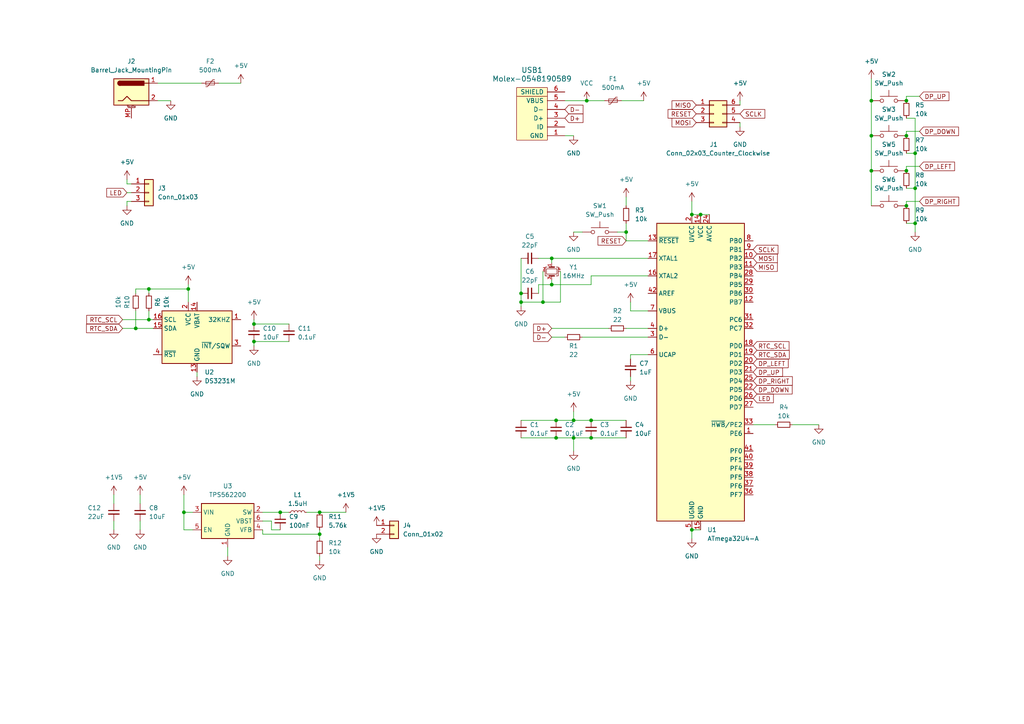
<source format=kicad_sch>
(kicad_sch (version 20230121) (generator eeschema)

  (uuid 3b1eef06-5f20-47b2-a31a-049d641cbb43)

  (paper "A4")

  (lib_symbols
    (symbol "Connector:Barrel_Jack_MountingPin" (pin_names hide) (in_bom yes) (on_board yes)
      (property "Reference" "J" (at 0 5.334 0)
        (effects (font (size 1.27 1.27)))
      )
      (property "Value" "Barrel_Jack_MountingPin" (at 1.27 -6.35 0)
        (effects (font (size 1.27 1.27)) (justify left))
      )
      (property "Footprint" "" (at 1.27 -1.016 0)
        (effects (font (size 1.27 1.27)) hide)
      )
      (property "Datasheet" "~" (at 1.27 -1.016 0)
        (effects (font (size 1.27 1.27)) hide)
      )
      (property "ki_keywords" "DC power barrel jack connector" (at 0 0 0)
        (effects (font (size 1.27 1.27)) hide)
      )
      (property "ki_description" "DC Barrel Jack with a mounting pin" (at 0 0 0)
        (effects (font (size 1.27 1.27)) hide)
      )
      (property "ki_fp_filters" "BarrelJack*" (at 0 0 0)
        (effects (font (size 1.27 1.27)) hide)
      )
      (symbol "Barrel_Jack_MountingPin_0_1"
        (rectangle (start -5.08 3.81) (end 5.08 -3.81)
          (stroke (width 0.254) (type default))
          (fill (type background))
        )
        (arc (start -3.302 3.175) (mid -3.9343 2.54) (end -3.302 1.905)
          (stroke (width 0.254) (type default))
          (fill (type none))
        )
        (arc (start -3.302 3.175) (mid -3.9343 2.54) (end -3.302 1.905)
          (stroke (width 0.254) (type default))
          (fill (type outline))
        )
        (polyline
          (pts
            (xy 5.08 2.54)
            (xy 3.81 2.54)
          )
          (stroke (width 0.254) (type default))
          (fill (type none))
        )
        (polyline
          (pts
            (xy -3.81 -2.54)
            (xy -2.54 -2.54)
            (xy -1.27 -1.27)
            (xy 0 -2.54)
            (xy 2.54 -2.54)
            (xy 5.08 -2.54)
          )
          (stroke (width 0.254) (type default))
          (fill (type none))
        )
        (rectangle (start 3.683 3.175) (end -3.302 1.905)
          (stroke (width 0.254) (type default))
          (fill (type outline))
        )
      )
      (symbol "Barrel_Jack_MountingPin_1_1"
        (polyline
          (pts
            (xy -1.016 -4.572)
            (xy 1.016 -4.572)
          )
          (stroke (width 0.1524) (type default))
          (fill (type none))
        )
        (text "Mounting" (at 0 -4.191 0)
          (effects (font (size 0.381 0.381)))
        )
        (pin passive line (at 7.62 2.54 180) (length 2.54)
          (name "~" (effects (font (size 1.27 1.27))))
          (number "1" (effects (font (size 1.27 1.27))))
        )
        (pin passive line (at 7.62 -2.54 180) (length 2.54)
          (name "~" (effects (font (size 1.27 1.27))))
          (number "2" (effects (font (size 1.27 1.27))))
        )
        (pin passive line (at 0 -7.62 90) (length 3.048)
          (name "MountPin" (effects (font (size 1.27 1.27))))
          (number "MP" (effects (font (size 1.27 1.27))))
        )
      )
    )
    (symbol "Connector_Generic:Conn_01x02" (pin_names (offset 1.016) hide) (in_bom yes) (on_board yes)
      (property "Reference" "J" (at 0 2.54 0)
        (effects (font (size 1.27 1.27)))
      )
      (property "Value" "Conn_01x02" (at 0 -5.08 0)
        (effects (font (size 1.27 1.27)))
      )
      (property "Footprint" "" (at 0 0 0)
        (effects (font (size 1.27 1.27)) hide)
      )
      (property "Datasheet" "~" (at 0 0 0)
        (effects (font (size 1.27 1.27)) hide)
      )
      (property "ki_keywords" "connector" (at 0 0 0)
        (effects (font (size 1.27 1.27)) hide)
      )
      (property "ki_description" "Generic connector, single row, 01x02, script generated (kicad-library-utils/schlib/autogen/connector/)" (at 0 0 0)
        (effects (font (size 1.27 1.27)) hide)
      )
      (property "ki_fp_filters" "Connector*:*_1x??_*" (at 0 0 0)
        (effects (font (size 1.27 1.27)) hide)
      )
      (symbol "Conn_01x02_1_1"
        (rectangle (start -1.27 -2.413) (end 0 -2.667)
          (stroke (width 0.1524) (type default))
          (fill (type none))
        )
        (rectangle (start -1.27 0.127) (end 0 -0.127)
          (stroke (width 0.1524) (type default))
          (fill (type none))
        )
        (rectangle (start -1.27 1.27) (end 1.27 -3.81)
          (stroke (width 0.254) (type default))
          (fill (type background))
        )
        (pin passive line (at -5.08 0 0) (length 3.81)
          (name "Pin_1" (effects (font (size 1.27 1.27))))
          (number "1" (effects (font (size 1.27 1.27))))
        )
        (pin passive line (at -5.08 -2.54 0) (length 3.81)
          (name "Pin_2" (effects (font (size 1.27 1.27))))
          (number "2" (effects (font (size 1.27 1.27))))
        )
      )
    )
    (symbol "Connector_Generic:Conn_01x03" (pin_names (offset 1.016) hide) (in_bom yes) (on_board yes)
      (property "Reference" "J" (at 0 5.08 0)
        (effects (font (size 1.27 1.27)))
      )
      (property "Value" "Conn_01x03" (at 0 -5.08 0)
        (effects (font (size 1.27 1.27)))
      )
      (property "Footprint" "" (at 0 0 0)
        (effects (font (size 1.27 1.27)) hide)
      )
      (property "Datasheet" "~" (at 0 0 0)
        (effects (font (size 1.27 1.27)) hide)
      )
      (property "ki_keywords" "connector" (at 0 0 0)
        (effects (font (size 1.27 1.27)) hide)
      )
      (property "ki_description" "Generic connector, single row, 01x03, script generated (kicad-library-utils/schlib/autogen/connector/)" (at 0 0 0)
        (effects (font (size 1.27 1.27)) hide)
      )
      (property "ki_fp_filters" "Connector*:*_1x??_*" (at 0 0 0)
        (effects (font (size 1.27 1.27)) hide)
      )
      (symbol "Conn_01x03_1_1"
        (rectangle (start -1.27 -2.413) (end 0 -2.667)
          (stroke (width 0.1524) (type default))
          (fill (type none))
        )
        (rectangle (start -1.27 0.127) (end 0 -0.127)
          (stroke (width 0.1524) (type default))
          (fill (type none))
        )
        (rectangle (start -1.27 2.667) (end 0 2.413)
          (stroke (width 0.1524) (type default))
          (fill (type none))
        )
        (rectangle (start -1.27 3.81) (end 1.27 -3.81)
          (stroke (width 0.254) (type default))
          (fill (type background))
        )
        (pin passive line (at -5.08 2.54 0) (length 3.81)
          (name "Pin_1" (effects (font (size 1.27 1.27))))
          (number "1" (effects (font (size 1.27 1.27))))
        )
        (pin passive line (at -5.08 0 0) (length 3.81)
          (name "Pin_2" (effects (font (size 1.27 1.27))))
          (number "2" (effects (font (size 1.27 1.27))))
        )
        (pin passive line (at -5.08 -2.54 0) (length 3.81)
          (name "Pin_3" (effects (font (size 1.27 1.27))))
          (number "3" (effects (font (size 1.27 1.27))))
        )
      )
    )
    (symbol "Connector_Generic:Conn_02x03_Counter_Clockwise" (pin_names (offset 1.016) hide) (in_bom yes) (on_board yes)
      (property "Reference" "J" (at 1.27 5.08 0)
        (effects (font (size 1.27 1.27)))
      )
      (property "Value" "Conn_02x03_Counter_Clockwise" (at 1.27 -5.08 0)
        (effects (font (size 1.27 1.27)))
      )
      (property "Footprint" "" (at 0 0 0)
        (effects (font (size 1.27 1.27)) hide)
      )
      (property "Datasheet" "~" (at 0 0 0)
        (effects (font (size 1.27 1.27)) hide)
      )
      (property "ki_keywords" "connector" (at 0 0 0)
        (effects (font (size 1.27 1.27)) hide)
      )
      (property "ki_description" "Generic connector, double row, 02x03, counter clockwise pin numbering scheme (similar to DIP package numbering), script generated (kicad-library-utils/schlib/autogen/connector/)" (at 0 0 0)
        (effects (font (size 1.27 1.27)) hide)
      )
      (property "ki_fp_filters" "Connector*:*_2x??_*" (at 0 0 0)
        (effects (font (size 1.27 1.27)) hide)
      )
      (symbol "Conn_02x03_Counter_Clockwise_1_1"
        (rectangle (start -1.27 -2.413) (end 0 -2.667)
          (stroke (width 0.1524) (type default))
          (fill (type none))
        )
        (rectangle (start -1.27 0.127) (end 0 -0.127)
          (stroke (width 0.1524) (type default))
          (fill (type none))
        )
        (rectangle (start -1.27 2.667) (end 0 2.413)
          (stroke (width 0.1524) (type default))
          (fill (type none))
        )
        (rectangle (start -1.27 3.81) (end 3.81 -3.81)
          (stroke (width 0.254) (type default))
          (fill (type background))
        )
        (rectangle (start 3.81 -2.413) (end 2.54 -2.667)
          (stroke (width 0.1524) (type default))
          (fill (type none))
        )
        (rectangle (start 3.81 0.127) (end 2.54 -0.127)
          (stroke (width 0.1524) (type default))
          (fill (type none))
        )
        (rectangle (start 3.81 2.667) (end 2.54 2.413)
          (stroke (width 0.1524) (type default))
          (fill (type none))
        )
        (pin passive line (at -5.08 2.54 0) (length 3.81)
          (name "Pin_1" (effects (font (size 1.27 1.27))))
          (number "1" (effects (font (size 1.27 1.27))))
        )
        (pin passive line (at -5.08 0 0) (length 3.81)
          (name "Pin_2" (effects (font (size 1.27 1.27))))
          (number "2" (effects (font (size 1.27 1.27))))
        )
        (pin passive line (at -5.08 -2.54 0) (length 3.81)
          (name "Pin_3" (effects (font (size 1.27 1.27))))
          (number "3" (effects (font (size 1.27 1.27))))
        )
        (pin passive line (at 7.62 -2.54 180) (length 3.81)
          (name "Pin_4" (effects (font (size 1.27 1.27))))
          (number "4" (effects (font (size 1.27 1.27))))
        )
        (pin passive line (at 7.62 0 180) (length 3.81)
          (name "Pin_5" (effects (font (size 1.27 1.27))))
          (number "5" (effects (font (size 1.27 1.27))))
        )
        (pin passive line (at 7.62 2.54 180) (length 3.81)
          (name "Pin_6" (effects (font (size 1.27 1.27))))
          (number "6" (effects (font (size 1.27 1.27))))
        )
      )
    )
    (symbol "Device:C_Small" (pin_numbers hide) (pin_names (offset 0.254) hide) (in_bom yes) (on_board yes)
      (property "Reference" "C" (at 0.254 1.778 0)
        (effects (font (size 1.27 1.27)) (justify left))
      )
      (property "Value" "C_Small" (at 0.254 -2.032 0)
        (effects (font (size 1.27 1.27)) (justify left))
      )
      (property "Footprint" "" (at 0 0 0)
        (effects (font (size 1.27 1.27)) hide)
      )
      (property "Datasheet" "~" (at 0 0 0)
        (effects (font (size 1.27 1.27)) hide)
      )
      (property "ki_keywords" "capacitor cap" (at 0 0 0)
        (effects (font (size 1.27 1.27)) hide)
      )
      (property "ki_description" "Unpolarized capacitor, small symbol" (at 0 0 0)
        (effects (font (size 1.27 1.27)) hide)
      )
      (property "ki_fp_filters" "C_*" (at 0 0 0)
        (effects (font (size 1.27 1.27)) hide)
      )
      (symbol "C_Small_0_1"
        (polyline
          (pts
            (xy -1.524 -0.508)
            (xy 1.524 -0.508)
          )
          (stroke (width 0.3302) (type default))
          (fill (type none))
        )
        (polyline
          (pts
            (xy -1.524 0.508)
            (xy 1.524 0.508)
          )
          (stroke (width 0.3048) (type default))
          (fill (type none))
        )
      )
      (symbol "C_Small_1_1"
        (pin passive line (at 0 2.54 270) (length 2.032)
          (name "~" (effects (font (size 1.27 1.27))))
          (number "1" (effects (font (size 1.27 1.27))))
        )
        (pin passive line (at 0 -2.54 90) (length 2.032)
          (name "~" (effects (font (size 1.27 1.27))))
          (number "2" (effects (font (size 1.27 1.27))))
        )
      )
    )
    (symbol "Device:Crystal_GND24_Small" (pin_names (offset 1.016) hide) (in_bom yes) (on_board yes)
      (property "Reference" "Y" (at 1.27 4.445 0)
        (effects (font (size 1.27 1.27)) (justify left))
      )
      (property "Value" "Crystal_GND24_Small" (at 1.27 2.54 0)
        (effects (font (size 1.27 1.27)) (justify left))
      )
      (property "Footprint" "" (at 0 0 0)
        (effects (font (size 1.27 1.27)) hide)
      )
      (property "Datasheet" "~" (at 0 0 0)
        (effects (font (size 1.27 1.27)) hide)
      )
      (property "ki_keywords" "quartz ceramic resonator oscillator" (at 0 0 0)
        (effects (font (size 1.27 1.27)) hide)
      )
      (property "ki_description" "Four pin crystal, GND on pins 2 and 4, small symbol" (at 0 0 0)
        (effects (font (size 1.27 1.27)) hide)
      )
      (property "ki_fp_filters" "Crystal*" (at 0 0 0)
        (effects (font (size 1.27 1.27)) hide)
      )
      (symbol "Crystal_GND24_Small_0_1"
        (rectangle (start -0.762 -1.524) (end 0.762 1.524)
          (stroke (width 0) (type default))
          (fill (type none))
        )
        (polyline
          (pts
            (xy -1.27 -0.762)
            (xy -1.27 0.762)
          )
          (stroke (width 0.381) (type default))
          (fill (type none))
        )
        (polyline
          (pts
            (xy 1.27 -0.762)
            (xy 1.27 0.762)
          )
          (stroke (width 0.381) (type default))
          (fill (type none))
        )
        (polyline
          (pts
            (xy -1.27 -1.27)
            (xy -1.27 -1.905)
            (xy 1.27 -1.905)
            (xy 1.27 -1.27)
          )
          (stroke (width 0) (type default))
          (fill (type none))
        )
        (polyline
          (pts
            (xy -1.27 1.27)
            (xy -1.27 1.905)
            (xy 1.27 1.905)
            (xy 1.27 1.27)
          )
          (stroke (width 0) (type default))
          (fill (type none))
        )
      )
      (symbol "Crystal_GND24_Small_1_1"
        (pin passive line (at -2.54 0 0) (length 1.27)
          (name "1" (effects (font (size 1.27 1.27))))
          (number "1" (effects (font (size 0.762 0.762))))
        )
        (pin passive line (at 0 -2.54 90) (length 0.635)
          (name "2" (effects (font (size 1.27 1.27))))
          (number "2" (effects (font (size 0.762 0.762))))
        )
        (pin passive line (at 2.54 0 180) (length 1.27)
          (name "3" (effects (font (size 1.27 1.27))))
          (number "3" (effects (font (size 0.762 0.762))))
        )
        (pin passive line (at 0 2.54 270) (length 0.635)
          (name "4" (effects (font (size 1.27 1.27))))
          (number "4" (effects (font (size 0.762 0.762))))
        )
      )
    )
    (symbol "Device:L_Small" (pin_numbers hide) (pin_names (offset 0.254) hide) (in_bom yes) (on_board yes)
      (property "Reference" "L" (at 0.762 1.016 0)
        (effects (font (size 1.27 1.27)) (justify left))
      )
      (property "Value" "L_Small" (at 0.762 -1.016 0)
        (effects (font (size 1.27 1.27)) (justify left))
      )
      (property "Footprint" "" (at 0 0 0)
        (effects (font (size 1.27 1.27)) hide)
      )
      (property "Datasheet" "~" (at 0 0 0)
        (effects (font (size 1.27 1.27)) hide)
      )
      (property "ki_keywords" "inductor choke coil reactor magnetic" (at 0 0 0)
        (effects (font (size 1.27 1.27)) hide)
      )
      (property "ki_description" "Inductor, small symbol" (at 0 0 0)
        (effects (font (size 1.27 1.27)) hide)
      )
      (property "ki_fp_filters" "Choke_* *Coil* Inductor_* L_*" (at 0 0 0)
        (effects (font (size 1.27 1.27)) hide)
      )
      (symbol "L_Small_0_1"
        (arc (start 0 -2.032) (mid 0.5058 -1.524) (end 0 -1.016)
          (stroke (width 0) (type default))
          (fill (type none))
        )
        (arc (start 0 -1.016) (mid 0.5058 -0.508) (end 0 0)
          (stroke (width 0) (type default))
          (fill (type none))
        )
        (arc (start 0 0) (mid 0.5058 0.508) (end 0 1.016)
          (stroke (width 0) (type default))
          (fill (type none))
        )
        (arc (start 0 1.016) (mid 0.5058 1.524) (end 0 2.032)
          (stroke (width 0) (type default))
          (fill (type none))
        )
      )
      (symbol "L_Small_1_1"
        (pin passive line (at 0 2.54 270) (length 0.508)
          (name "~" (effects (font (size 1.27 1.27))))
          (number "1" (effects (font (size 1.27 1.27))))
        )
        (pin passive line (at 0 -2.54 90) (length 0.508)
          (name "~" (effects (font (size 1.27 1.27))))
          (number "2" (effects (font (size 1.27 1.27))))
        )
      )
    )
    (symbol "Device:Polyfuse_Small" (pin_numbers hide) (pin_names (offset 0)) (in_bom yes) (on_board yes)
      (property "Reference" "F" (at -1.905 0 90)
        (effects (font (size 1.27 1.27)))
      )
      (property "Value" "Polyfuse_Small" (at 1.905 0 90)
        (effects (font (size 1.27 1.27)))
      )
      (property "Footprint" "" (at 1.27 -5.08 0)
        (effects (font (size 1.27 1.27)) (justify left) hide)
      )
      (property "Datasheet" "~" (at 0 0 0)
        (effects (font (size 1.27 1.27)) hide)
      )
      (property "ki_keywords" "resettable fuse PTC PPTC polyfuse polyswitch" (at 0 0 0)
        (effects (font (size 1.27 1.27)) hide)
      )
      (property "ki_description" "Resettable fuse, polymeric positive temperature coefficient, small symbol" (at 0 0 0)
        (effects (font (size 1.27 1.27)) hide)
      )
      (property "ki_fp_filters" "*polyfuse* *PTC*" (at 0 0 0)
        (effects (font (size 1.27 1.27)) hide)
      )
      (symbol "Polyfuse_Small_0_1"
        (rectangle (start -0.508 1.27) (end 0.508 -1.27)
          (stroke (width 0) (type default))
          (fill (type none))
        )
        (polyline
          (pts
            (xy 0 2.54)
            (xy 0 -2.54)
          )
          (stroke (width 0) (type default))
          (fill (type none))
        )
        (polyline
          (pts
            (xy -1.016 1.27)
            (xy -1.016 0.762)
            (xy 1.016 -0.762)
            (xy 1.016 -1.27)
          )
          (stroke (width 0) (type default))
          (fill (type none))
        )
      )
      (symbol "Polyfuse_Small_1_1"
        (pin passive line (at 0 2.54 270) (length 0.635)
          (name "~" (effects (font (size 1.27 1.27))))
          (number "1" (effects (font (size 1.27 1.27))))
        )
        (pin passive line (at 0 -2.54 90) (length 0.635)
          (name "~" (effects (font (size 1.27 1.27))))
          (number "2" (effects (font (size 1.27 1.27))))
        )
      )
    )
    (symbol "Device:R_Small" (pin_numbers hide) (pin_names (offset 0.254) hide) (in_bom yes) (on_board yes)
      (property "Reference" "R" (at 0.762 0.508 0)
        (effects (font (size 1.27 1.27)) (justify left))
      )
      (property "Value" "R_Small" (at 0.762 -1.016 0)
        (effects (font (size 1.27 1.27)) (justify left))
      )
      (property "Footprint" "" (at 0 0 0)
        (effects (font (size 1.27 1.27)) hide)
      )
      (property "Datasheet" "~" (at 0 0 0)
        (effects (font (size 1.27 1.27)) hide)
      )
      (property "ki_keywords" "R resistor" (at 0 0 0)
        (effects (font (size 1.27 1.27)) hide)
      )
      (property "ki_description" "Resistor, small symbol" (at 0 0 0)
        (effects (font (size 1.27 1.27)) hide)
      )
      (property "ki_fp_filters" "R_*" (at 0 0 0)
        (effects (font (size 1.27 1.27)) hide)
      )
      (symbol "R_Small_0_1"
        (rectangle (start -0.762 1.778) (end 0.762 -1.778)
          (stroke (width 0.2032) (type default))
          (fill (type none))
        )
      )
      (symbol "R_Small_1_1"
        (pin passive line (at 0 2.54 270) (length 0.762)
          (name "~" (effects (font (size 1.27 1.27))))
          (number "1" (effects (font (size 1.27 1.27))))
        )
        (pin passive line (at 0 -2.54 90) (length 0.762)
          (name "~" (effects (font (size 1.27 1.27))))
          (number "2" (effects (font (size 1.27 1.27))))
        )
      )
    )
    (symbol "MCU_Microchip_ATmega:ATmega32U4-A" (in_bom yes) (on_board yes)
      (property "Reference" "U" (at -12.7 44.45 0)
        (effects (font (size 1.27 1.27)) (justify left bottom))
      )
      (property "Value" "ATmega32U4-A" (at 2.54 -44.45 0)
        (effects (font (size 1.27 1.27)) (justify left top))
      )
      (property "Footprint" "Package_QFP:TQFP-44_10x10mm_P0.8mm" (at 0 0 0)
        (effects (font (size 1.27 1.27) italic) hide)
      )
      (property "Datasheet" "http://ww1.microchip.com/downloads/en/DeviceDoc/Atmel-7766-8-bit-AVR-ATmega16U4-32U4_Datasheet.pdf" (at 0 0 0)
        (effects (font (size 1.27 1.27)) hide)
      )
      (property "ki_keywords" "AVR 8bit Microcontroller MegaAVR USB" (at 0 0 0)
        (effects (font (size 1.27 1.27)) hide)
      )
      (property "ki_description" "16MHz, 32kB Flash, 2.5kB SRAM, 1kB EEPROM, USB 2.0, TQFP-44" (at 0 0 0)
        (effects (font (size 1.27 1.27)) hide)
      )
      (property "ki_fp_filters" "TQFP*10x10mm*P0.8mm*" (at 0 0 0)
        (effects (font (size 1.27 1.27)) hide)
      )
      (symbol "ATmega32U4-A_0_1"
        (rectangle (start -12.7 -43.18) (end 12.7 43.18)
          (stroke (width 0.254) (type default))
          (fill (type background))
        )
      )
      (symbol "ATmega32U4-A_1_1"
        (pin bidirectional line (at 15.24 -17.78 180) (length 2.54)
          (name "PE6" (effects (font (size 1.27 1.27))))
          (number "1" (effects (font (size 1.27 1.27))))
        )
        (pin bidirectional line (at 15.24 33.02 180) (length 2.54)
          (name "PB2" (effects (font (size 1.27 1.27))))
          (number "10" (effects (font (size 1.27 1.27))))
        )
        (pin bidirectional line (at 15.24 30.48 180) (length 2.54)
          (name "PB3" (effects (font (size 1.27 1.27))))
          (number "11" (effects (font (size 1.27 1.27))))
        )
        (pin bidirectional line (at 15.24 20.32 180) (length 2.54)
          (name "PB7" (effects (font (size 1.27 1.27))))
          (number "12" (effects (font (size 1.27 1.27))))
        )
        (pin input line (at -15.24 38.1 0) (length 2.54)
          (name "~{RESET}" (effects (font (size 1.27 1.27))))
          (number "13" (effects (font (size 1.27 1.27))))
        )
        (pin power_in line (at 0 45.72 270) (length 2.54)
          (name "VCC" (effects (font (size 1.27 1.27))))
          (number "14" (effects (font (size 1.27 1.27))))
        )
        (pin power_in line (at 0 -45.72 90) (length 2.54)
          (name "GND" (effects (font (size 1.27 1.27))))
          (number "15" (effects (font (size 1.27 1.27))))
        )
        (pin output line (at -15.24 27.94 0) (length 2.54)
          (name "XTAL2" (effects (font (size 1.27 1.27))))
          (number "16" (effects (font (size 1.27 1.27))))
        )
        (pin input line (at -15.24 33.02 0) (length 2.54)
          (name "XTAL1" (effects (font (size 1.27 1.27))))
          (number "17" (effects (font (size 1.27 1.27))))
        )
        (pin bidirectional line (at 15.24 7.62 180) (length 2.54)
          (name "PD0" (effects (font (size 1.27 1.27))))
          (number "18" (effects (font (size 1.27 1.27))))
        )
        (pin bidirectional line (at 15.24 5.08 180) (length 2.54)
          (name "PD1" (effects (font (size 1.27 1.27))))
          (number "19" (effects (font (size 1.27 1.27))))
        )
        (pin power_in line (at -2.54 45.72 270) (length 2.54)
          (name "UVCC" (effects (font (size 1.27 1.27))))
          (number "2" (effects (font (size 1.27 1.27))))
        )
        (pin bidirectional line (at 15.24 2.54 180) (length 2.54)
          (name "PD2" (effects (font (size 1.27 1.27))))
          (number "20" (effects (font (size 1.27 1.27))))
        )
        (pin bidirectional line (at 15.24 0 180) (length 2.54)
          (name "PD3" (effects (font (size 1.27 1.27))))
          (number "21" (effects (font (size 1.27 1.27))))
        )
        (pin bidirectional line (at 15.24 -5.08 180) (length 2.54)
          (name "PD5" (effects (font (size 1.27 1.27))))
          (number "22" (effects (font (size 1.27 1.27))))
        )
        (pin passive line (at 0 -45.72 90) (length 2.54) hide
          (name "GND" (effects (font (size 1.27 1.27))))
          (number "23" (effects (font (size 1.27 1.27))))
        )
        (pin power_in line (at 2.54 45.72 270) (length 2.54)
          (name "AVCC" (effects (font (size 1.27 1.27))))
          (number "24" (effects (font (size 1.27 1.27))))
        )
        (pin bidirectional line (at 15.24 -2.54 180) (length 2.54)
          (name "PD4" (effects (font (size 1.27 1.27))))
          (number "25" (effects (font (size 1.27 1.27))))
        )
        (pin bidirectional line (at 15.24 -7.62 180) (length 2.54)
          (name "PD6" (effects (font (size 1.27 1.27))))
          (number "26" (effects (font (size 1.27 1.27))))
        )
        (pin bidirectional line (at 15.24 -10.16 180) (length 2.54)
          (name "PD7" (effects (font (size 1.27 1.27))))
          (number "27" (effects (font (size 1.27 1.27))))
        )
        (pin bidirectional line (at 15.24 27.94 180) (length 2.54)
          (name "PB4" (effects (font (size 1.27 1.27))))
          (number "28" (effects (font (size 1.27 1.27))))
        )
        (pin bidirectional line (at 15.24 25.4 180) (length 2.54)
          (name "PB5" (effects (font (size 1.27 1.27))))
          (number "29" (effects (font (size 1.27 1.27))))
        )
        (pin bidirectional line (at -15.24 10.16 0) (length 2.54)
          (name "D-" (effects (font (size 1.27 1.27))))
          (number "3" (effects (font (size 1.27 1.27))))
        )
        (pin bidirectional line (at 15.24 22.86 180) (length 2.54)
          (name "PB6" (effects (font (size 1.27 1.27))))
          (number "30" (effects (font (size 1.27 1.27))))
        )
        (pin bidirectional line (at 15.24 15.24 180) (length 2.54)
          (name "PC6" (effects (font (size 1.27 1.27))))
          (number "31" (effects (font (size 1.27 1.27))))
        )
        (pin bidirectional line (at 15.24 12.7 180) (length 2.54)
          (name "PC7" (effects (font (size 1.27 1.27))))
          (number "32" (effects (font (size 1.27 1.27))))
        )
        (pin bidirectional line (at 15.24 -15.24 180) (length 2.54)
          (name "~{HWB}/PE2" (effects (font (size 1.27 1.27))))
          (number "33" (effects (font (size 1.27 1.27))))
        )
        (pin passive line (at 0 45.72 270) (length 2.54) hide
          (name "VCC" (effects (font (size 1.27 1.27))))
          (number "34" (effects (font (size 1.27 1.27))))
        )
        (pin passive line (at 0 -45.72 90) (length 2.54) hide
          (name "GND" (effects (font (size 1.27 1.27))))
          (number "35" (effects (font (size 1.27 1.27))))
        )
        (pin bidirectional line (at 15.24 -35.56 180) (length 2.54)
          (name "PF7" (effects (font (size 1.27 1.27))))
          (number "36" (effects (font (size 1.27 1.27))))
        )
        (pin bidirectional line (at 15.24 -33.02 180) (length 2.54)
          (name "PF6" (effects (font (size 1.27 1.27))))
          (number "37" (effects (font (size 1.27 1.27))))
        )
        (pin bidirectional line (at 15.24 -30.48 180) (length 2.54)
          (name "PF5" (effects (font (size 1.27 1.27))))
          (number "38" (effects (font (size 1.27 1.27))))
        )
        (pin bidirectional line (at 15.24 -27.94 180) (length 2.54)
          (name "PF4" (effects (font (size 1.27 1.27))))
          (number "39" (effects (font (size 1.27 1.27))))
        )
        (pin bidirectional line (at -15.24 12.7 0) (length 2.54)
          (name "D+" (effects (font (size 1.27 1.27))))
          (number "4" (effects (font (size 1.27 1.27))))
        )
        (pin bidirectional line (at 15.24 -25.4 180) (length 2.54)
          (name "PF1" (effects (font (size 1.27 1.27))))
          (number "40" (effects (font (size 1.27 1.27))))
        )
        (pin bidirectional line (at 15.24 -22.86 180) (length 2.54)
          (name "PF0" (effects (font (size 1.27 1.27))))
          (number "41" (effects (font (size 1.27 1.27))))
        )
        (pin passive line (at -15.24 22.86 0) (length 2.54)
          (name "AREF" (effects (font (size 1.27 1.27))))
          (number "42" (effects (font (size 1.27 1.27))))
        )
        (pin passive line (at 0 -45.72 90) (length 2.54) hide
          (name "GND" (effects (font (size 1.27 1.27))))
          (number "43" (effects (font (size 1.27 1.27))))
        )
        (pin passive line (at 2.54 45.72 270) (length 2.54) hide
          (name "AVCC" (effects (font (size 1.27 1.27))))
          (number "44" (effects (font (size 1.27 1.27))))
        )
        (pin passive line (at -2.54 -45.72 90) (length 2.54)
          (name "UGND" (effects (font (size 1.27 1.27))))
          (number "5" (effects (font (size 1.27 1.27))))
        )
        (pin passive line (at -15.24 5.08 0) (length 2.54)
          (name "UCAP" (effects (font (size 1.27 1.27))))
          (number "6" (effects (font (size 1.27 1.27))))
        )
        (pin input line (at -15.24 17.78 0) (length 2.54)
          (name "VBUS" (effects (font (size 1.27 1.27))))
          (number "7" (effects (font (size 1.27 1.27))))
        )
        (pin bidirectional line (at 15.24 38.1 180) (length 2.54)
          (name "PB0" (effects (font (size 1.27 1.27))))
          (number "8" (effects (font (size 1.27 1.27))))
        )
        (pin bidirectional line (at 15.24 35.56 180) (length 2.54)
          (name "PB1" (effects (font (size 1.27 1.27))))
          (number "9" (effects (font (size 1.27 1.27))))
        )
      )
    )
    (symbol "Regulator_Switching:TPS562200" (in_bom yes) (on_board yes)
      (property "Reference" "U" (at -7.62 6.35 0)
        (effects (font (size 1.27 1.27)) (justify left))
      )
      (property "Value" "TPS562200" (at -2.54 6.35 0)
        (effects (font (size 1.27 1.27)) (justify left))
      )
      (property "Footprint" "Package_TO_SOT_SMD:SOT-23-6" (at 1.27 -6.35 0)
        (effects (font (size 1.27 1.27)) (justify left) hide)
      )
      (property "Datasheet" "http://www.ti.com/lit/ds/symlink/tps563200.pdf" (at 0 0 0)
        (effects (font (size 1.27 1.27)) hide)
      )
      (property "ki_keywords" "step-down dcdc voltage regulator" (at 0 0 0)
        (effects (font (size 1.27 1.27)) hide)
      )
      (property "ki_description" "2A Synchronous Step-Down Voltage Regulator, Adjustable Output Voltage, 4.5-17V Input Voltage, SOT-23-6" (at 0 0 0)
        (effects (font (size 1.27 1.27)) hide)
      )
      (property "ki_fp_filters" "SOT?23*" (at 0 0 0)
        (effects (font (size 1.27 1.27)) hide)
      )
      (symbol "TPS562200_0_1"
        (rectangle (start -7.62 5.08) (end 7.62 -5.08)
          (stroke (width 0.254) (type default))
          (fill (type background))
        )
      )
      (symbol "TPS562200_1_1"
        (pin power_in line (at 0 -7.62 90) (length 2.54)
          (name "GND" (effects (font (size 1.27 1.27))))
          (number "1" (effects (font (size 1.27 1.27))))
        )
        (pin output line (at 10.16 2.54 180) (length 2.54)
          (name "SW" (effects (font (size 1.27 1.27))))
          (number "2" (effects (font (size 1.27 1.27))))
        )
        (pin power_in line (at -10.16 2.54 0) (length 2.54)
          (name "VIN" (effects (font (size 1.27 1.27))))
          (number "3" (effects (font (size 1.27 1.27))))
        )
        (pin input line (at 10.16 -2.54 180) (length 2.54)
          (name "VFB" (effects (font (size 1.27 1.27))))
          (number "4" (effects (font (size 1.27 1.27))))
        )
        (pin input line (at -10.16 -2.54 0) (length 2.54)
          (name "EN" (effects (font (size 1.27 1.27))))
          (number "5" (effects (font (size 1.27 1.27))))
        )
        (pin passive line (at 10.16 0 180) (length 2.54)
          (name "VBST" (effects (font (size 1.27 1.27))))
          (number "6" (effects (font (size 1.27 1.27))))
        )
      )
    )
    (symbol "Switch:SW_Push" (pin_numbers hide) (pin_names (offset 1.016) hide) (in_bom yes) (on_board yes)
      (property "Reference" "SW" (at 1.27 2.54 0)
        (effects (font (size 1.27 1.27)) (justify left))
      )
      (property "Value" "SW_Push" (at 0 -1.524 0)
        (effects (font (size 1.27 1.27)))
      )
      (property "Footprint" "" (at 0 5.08 0)
        (effects (font (size 1.27 1.27)) hide)
      )
      (property "Datasheet" "~" (at 0 5.08 0)
        (effects (font (size 1.27 1.27)) hide)
      )
      (property "ki_keywords" "switch normally-open pushbutton push-button" (at 0 0 0)
        (effects (font (size 1.27 1.27)) hide)
      )
      (property "ki_description" "Push button switch, generic, two pins" (at 0 0 0)
        (effects (font (size 1.27 1.27)) hide)
      )
      (symbol "SW_Push_0_1"
        (circle (center -2.032 0) (radius 0.508)
          (stroke (width 0) (type default))
          (fill (type none))
        )
        (polyline
          (pts
            (xy 0 1.27)
            (xy 0 3.048)
          )
          (stroke (width 0) (type default))
          (fill (type none))
        )
        (polyline
          (pts
            (xy 2.54 1.27)
            (xy -2.54 1.27)
          )
          (stroke (width 0) (type default))
          (fill (type none))
        )
        (circle (center 2.032 0) (radius 0.508)
          (stroke (width 0) (type default))
          (fill (type none))
        )
        (pin passive line (at -5.08 0 0) (length 2.54)
          (name "1" (effects (font (size 1.27 1.27))))
          (number "1" (effects (font (size 1.27 1.27))))
        )
        (pin passive line (at 5.08 0 180) (length 2.54)
          (name "2" (effects (font (size 1.27 1.27))))
          (number "2" (effects (font (size 1.27 1.27))))
        )
      )
    )
    (symbol "Timer_RTC:DS3231M" (in_bom yes) (on_board yes)
      (property "Reference" "U" (at -7.62 8.89 0)
        (effects (font (size 1.27 1.27)) (justify right))
      )
      (property "Value" "DS3231M" (at 10.16 8.89 0)
        (effects (font (size 1.27 1.27)) (justify right))
      )
      (property "Footprint" "Package_SO:SOIC-16W_7.5x10.3mm_P1.27mm" (at 0 -15.24 0)
        (effects (font (size 1.27 1.27)) hide)
      )
      (property "Datasheet" "http://datasheets.maximintegrated.com/en/ds/DS3231.pdf" (at 6.858 1.27 0)
        (effects (font (size 1.27 1.27)) hide)
      )
      (property "ki_keywords" "RTC TCXO Realtime Time Clock Crystal Oscillator I2C" (at 0 0 0)
        (effects (font (size 1.27 1.27)) hide)
      )
      (property "ki_description" "Extremely Accurate I2C-Integrated RTC/TCXO/Crystal SOIC-16" (at 0 0 0)
        (effects (font (size 1.27 1.27)) hide)
      )
      (property "ki_fp_filters" "SOIC*7.5x10.3mm*P1.27mm*" (at 0 0 0)
        (effects (font (size 1.27 1.27)) hide)
      )
      (symbol "DS3231M_0_1"
        (rectangle (start -10.16 7.62) (end 10.16 -7.62)
          (stroke (width 0.254) (type default))
          (fill (type background))
        )
      )
      (symbol "DS3231M_1_1"
        (pin open_collector line (at 12.7 5.08 180) (length 2.54)
          (name "32KHZ" (effects (font (size 1.27 1.27))))
          (number "1" (effects (font (size 1.27 1.27))))
        )
        (pin passive line (at 0 -10.16 90) (length 2.54) hide
          (name "GND" (effects (font (size 1.27 1.27))))
          (number "10" (effects (font (size 1.27 1.27))))
        )
        (pin passive line (at 0 -10.16 90) (length 2.54) hide
          (name "GND" (effects (font (size 1.27 1.27))))
          (number "11" (effects (font (size 1.27 1.27))))
        )
        (pin passive line (at 0 -10.16 90) (length 2.54) hide
          (name "GND" (effects (font (size 1.27 1.27))))
          (number "12" (effects (font (size 1.27 1.27))))
        )
        (pin power_in line (at 0 -10.16 90) (length 2.54)
          (name "GND" (effects (font (size 1.27 1.27))))
          (number "13" (effects (font (size 1.27 1.27))))
        )
        (pin power_in line (at 0 10.16 270) (length 2.54)
          (name "VBAT" (effects (font (size 1.27 1.27))))
          (number "14" (effects (font (size 1.27 1.27))))
        )
        (pin bidirectional line (at -12.7 2.54 0) (length 2.54)
          (name "SDA" (effects (font (size 1.27 1.27))))
          (number "15" (effects (font (size 1.27 1.27))))
        )
        (pin input line (at -12.7 5.08 0) (length 2.54)
          (name "SCL" (effects (font (size 1.27 1.27))))
          (number "16" (effects (font (size 1.27 1.27))))
        )
        (pin power_in line (at -2.54 10.16 270) (length 2.54)
          (name "VCC" (effects (font (size 1.27 1.27))))
          (number "2" (effects (font (size 1.27 1.27))))
        )
        (pin open_collector line (at 12.7 -2.54 180) (length 2.54)
          (name "~{INT}/SQW" (effects (font (size 1.27 1.27))))
          (number "3" (effects (font (size 1.27 1.27))))
        )
        (pin bidirectional line (at -12.7 -5.08 0) (length 2.54)
          (name "~{RST}" (effects (font (size 1.27 1.27))))
          (number "4" (effects (font (size 1.27 1.27))))
        )
        (pin passive line (at 0 -10.16 90) (length 2.54) hide
          (name "GND" (effects (font (size 1.27 1.27))))
          (number "5" (effects (font (size 1.27 1.27))))
        )
        (pin passive line (at 0 -10.16 90) (length 2.54) hide
          (name "GND" (effects (font (size 1.27 1.27))))
          (number "6" (effects (font (size 1.27 1.27))))
        )
        (pin passive line (at 0 -10.16 90) (length 2.54) hide
          (name "GND" (effects (font (size 1.27 1.27))))
          (number "7" (effects (font (size 1.27 1.27))))
        )
        (pin passive line (at 0 -10.16 90) (length 2.54) hide
          (name "GND" (effects (font (size 1.27 1.27))))
          (number "8" (effects (font (size 1.27 1.27))))
        )
        (pin passive line (at 0 -10.16 90) (length 2.54) hide
          (name "GND" (effects (font (size 1.27 1.27))))
          (number "9" (effects (font (size 1.27 1.27))))
        )
      )
    )
    (symbol "power:+1V5" (power) (pin_names (offset 0)) (in_bom yes) (on_board yes)
      (property "Reference" "#PWR" (at 0 -3.81 0)
        (effects (font (size 1.27 1.27)) hide)
      )
      (property "Value" "+1V5" (at 0 3.556 0)
        (effects (font (size 1.27 1.27)))
      )
      (property "Footprint" "" (at 0 0 0)
        (effects (font (size 1.27 1.27)) hide)
      )
      (property "Datasheet" "" (at 0 0 0)
        (effects (font (size 1.27 1.27)) hide)
      )
      (property "ki_keywords" "global power" (at 0 0 0)
        (effects (font (size 1.27 1.27)) hide)
      )
      (property "ki_description" "Power symbol creates a global label with name \"+1V5\"" (at 0 0 0)
        (effects (font (size 1.27 1.27)) hide)
      )
      (symbol "+1V5_0_1"
        (polyline
          (pts
            (xy -0.762 1.27)
            (xy 0 2.54)
          )
          (stroke (width 0) (type default))
          (fill (type none))
        )
        (polyline
          (pts
            (xy 0 0)
            (xy 0 2.54)
          )
          (stroke (width 0) (type default))
          (fill (type none))
        )
        (polyline
          (pts
            (xy 0 2.54)
            (xy 0.762 1.27)
          )
          (stroke (width 0) (type default))
          (fill (type none))
        )
      )
      (symbol "+1V5_1_1"
        (pin power_in line (at 0 0 90) (length 0) hide
          (name "+1V5" (effects (font (size 1.27 1.27))))
          (number "1" (effects (font (size 1.27 1.27))))
        )
      )
    )
    (symbol "power:+5V" (power) (pin_names (offset 0)) (in_bom yes) (on_board yes)
      (property "Reference" "#PWR" (at 0 -3.81 0)
        (effects (font (size 1.27 1.27)) hide)
      )
      (property "Value" "+5V" (at 0 3.556 0)
        (effects (font (size 1.27 1.27)))
      )
      (property "Footprint" "" (at 0 0 0)
        (effects (font (size 1.27 1.27)) hide)
      )
      (property "Datasheet" "" (at 0 0 0)
        (effects (font (size 1.27 1.27)) hide)
      )
      (property "ki_keywords" "global power" (at 0 0 0)
        (effects (font (size 1.27 1.27)) hide)
      )
      (property "ki_description" "Power symbol creates a global label with name \"+5V\"" (at 0 0 0)
        (effects (font (size 1.27 1.27)) hide)
      )
      (symbol "+5V_0_1"
        (polyline
          (pts
            (xy -0.762 1.27)
            (xy 0 2.54)
          )
          (stroke (width 0) (type default))
          (fill (type none))
        )
        (polyline
          (pts
            (xy 0 0)
            (xy 0 2.54)
          )
          (stroke (width 0) (type default))
          (fill (type none))
        )
        (polyline
          (pts
            (xy 0 2.54)
            (xy 0.762 1.27)
          )
          (stroke (width 0) (type default))
          (fill (type none))
        )
      )
      (symbol "+5V_1_1"
        (pin power_in line (at 0 0 90) (length 0) hide
          (name "+5V" (effects (font (size 1.27 1.27))))
          (number "1" (effects (font (size 1.27 1.27))))
        )
      )
    )
    (symbol "power:GND" (power) (pin_names (offset 0)) (in_bom yes) (on_board yes)
      (property "Reference" "#PWR" (at 0 -6.35 0)
        (effects (font (size 1.27 1.27)) hide)
      )
      (property "Value" "GND" (at 0 -3.81 0)
        (effects (font (size 1.27 1.27)))
      )
      (property "Footprint" "" (at 0 0 0)
        (effects (font (size 1.27 1.27)) hide)
      )
      (property "Datasheet" "" (at 0 0 0)
        (effects (font (size 1.27 1.27)) hide)
      )
      (property "ki_keywords" "global power" (at 0 0 0)
        (effects (font (size 1.27 1.27)) hide)
      )
      (property "ki_description" "Power symbol creates a global label with name \"GND\" , ground" (at 0 0 0)
        (effects (font (size 1.27 1.27)) hide)
      )
      (symbol "GND_0_1"
        (polyline
          (pts
            (xy 0 0)
            (xy 0 -1.27)
            (xy 1.27 -1.27)
            (xy 0 -2.54)
            (xy -1.27 -1.27)
            (xy 0 -1.27)
          )
          (stroke (width 0) (type default))
          (fill (type none))
        )
      )
      (symbol "GND_1_1"
        (pin power_in line (at 0 0 270) (length 0) hide
          (name "GND" (effects (font (size 1.27 1.27))))
          (number "1" (effects (font (size 1.27 1.27))))
        )
      )
    )
    (symbol "power:VCC" (power) (pin_names (offset 0)) (in_bom yes) (on_board yes)
      (property "Reference" "#PWR" (at 0 -3.81 0)
        (effects (font (size 1.27 1.27)) hide)
      )
      (property "Value" "VCC" (at 0 3.81 0)
        (effects (font (size 1.27 1.27)))
      )
      (property "Footprint" "" (at 0 0 0)
        (effects (font (size 1.27 1.27)) hide)
      )
      (property "Datasheet" "" (at 0 0 0)
        (effects (font (size 1.27 1.27)) hide)
      )
      (property "ki_keywords" "global power" (at 0 0 0)
        (effects (font (size 1.27 1.27)) hide)
      )
      (property "ki_description" "Power symbol creates a global label with name \"VCC\"" (at 0 0 0)
        (effects (font (size 1.27 1.27)) hide)
      )
      (symbol "VCC_0_1"
        (polyline
          (pts
            (xy -0.762 1.27)
            (xy 0 2.54)
          )
          (stroke (width 0) (type default))
          (fill (type none))
        )
        (polyline
          (pts
            (xy 0 0)
            (xy 0 2.54)
          )
          (stroke (width 0) (type default))
          (fill (type none))
        )
        (polyline
          (pts
            (xy 0 2.54)
            (xy 0.762 1.27)
          )
          (stroke (width 0) (type default))
          (fill (type none))
        )
      )
      (symbol "VCC_1_1"
        (pin power_in line (at 0 0 90) (length 0) hide
          (name "VCC" (effects (font (size 1.27 1.27))))
          (number "1" (effects (font (size 1.27 1.27))))
        )
      )
    )
    (symbol "random-keyboard-parts:Molex-0548190589" (pin_names (offset 1.016)) (in_bom yes) (on_board yes)
      (property "Reference" "USB" (at 0 7.62 0)
        (effects (font (size 1.524 1.524)))
      )
      (property "Value" "Molex-0548190589" (at 0 10.16 0)
        (effects (font (size 1.524 1.524)))
      )
      (property "Footprint" "" (at 0 0 0)
        (effects (font (size 1.524 1.524)) hide)
      )
      (property "Datasheet" "" (at 0 0 0)
        (effects (font (size 1.524 1.524)) hide)
      )
      (symbol "Molex-0548190589_0_0"
        (polyline
          (pts
            (xy 6.35 -2.54)
            (xy 6.35 6.35)
          )
          (stroke (width 0) (type solid))
          (fill (type none))
        )
        (rectangle (start 8.89 -2.54) (end -6.35 6.35)
          (stroke (width 0) (type solid))
          (fill (type background))
        )
      )
      (symbol "Molex-0548190589_1_1"
        (pin input line (at -5.08 -7.62 90) (length 5.08)
          (name "GND" (effects (font (size 1.27 1.27))))
          (number "1" (effects (font (size 1.27 1.27))))
        )
        (pin input line (at -2.54 -7.62 90) (length 5.08)
          (name "ID" (effects (font (size 1.27 1.27))))
          (number "2" (effects (font (size 1.27 1.27))))
        )
        (pin input line (at 0 -7.62 90) (length 5.08)
          (name "D+" (effects (font (size 1.27 1.27))))
          (number "3" (effects (font (size 1.27 1.27))))
        )
        (pin input line (at 2.54 -7.62 90) (length 5.08)
          (name "D-" (effects (font (size 1.27 1.27))))
          (number "4" (effects (font (size 1.27 1.27))))
        )
        (pin input line (at 5.08 -7.62 90) (length 5.08)
          (name "VBUS" (effects (font (size 1.27 1.27))))
          (number "5" (effects (font (size 1.27 1.27))))
        )
        (pin input line (at 7.62 -7.62 90) (length 5.08)
          (name "SHIELD" (effects (font (size 1.27 1.27))))
          (number "6" (effects (font (size 1.27 1.27))))
        )
      )
    )
  )

  (junction (at 265.43 64.77) (diameter 0) (color 0 0 0 0)
    (uuid 0048bd3b-7b90-4814-9dc6-de9bd9767a30)
  )
  (junction (at 160.02 74.93) (diameter 0) (color 0 0 0 0)
    (uuid 02b412b8-a081-4111-9369-3919663a67d0)
  )
  (junction (at 203.2 62.23) (diameter 0) (color 0 0 0 0)
    (uuid 0a59c867-9e75-4865-a314-9842a0f9bcab)
  )
  (junction (at 171.45 127) (diameter 0) (color 0 0 0 0)
    (uuid 0f3cdf49-551f-4c09-9d10-18d48882adb0)
  )
  (junction (at 262.89 49.53) (diameter 0) (color 0 0 0 0)
    (uuid 0f44c8f8-9aca-4475-bcef-a65835c24e5c)
  )
  (junction (at 262.89 39.37) (diameter 0) (color 0 0 0 0)
    (uuid 175ed5f7-dd60-4004-aef3-59127ae74aa9)
  )
  (junction (at 265.43 54.61) (diameter 0) (color 0 0 0 0)
    (uuid 194696a8-748e-462f-bac1-92e3a892bb45)
  )
  (junction (at 39.37 95.25) (diameter 0) (color 0 0 0 0)
    (uuid 215892f8-61d0-48f9-b203-d74b2bbf4a5f)
  )
  (junction (at 151.13 87.63) (diameter 0) (color 0 0 0 0)
    (uuid 21611813-06d2-4b52-bd1d-2ca89f021245)
  )
  (junction (at 53.34 148.59) (diameter 0) (color 0 0 0 0)
    (uuid 31e79b0d-51e6-4b60-956a-46d9b4b43233)
  )
  (junction (at 252.73 39.37) (diameter 0) (color 0 0 0 0)
    (uuid 413eeb7d-afce-439d-b308-f28dca10fce0)
  )
  (junction (at 200.66 153.67) (diameter 0) (color 0 0 0 0)
    (uuid 41c97d9d-25b9-44c1-a784-8f1aceafa225)
  )
  (junction (at 252.73 49.53) (diameter 0) (color 0 0 0 0)
    (uuid 579da93c-4718-47b3-b6b6-0eb85905f804)
  )
  (junction (at 171.45 121.92) (diameter 0) (color 0 0 0 0)
    (uuid 58faf643-68a6-412b-964e-dc808ff7e69b)
  )
  (junction (at 54.61 83.82) (diameter 0) (color 0 0 0 0)
    (uuid 5ae577a5-0215-4d0f-bb44-c9be12954416)
  )
  (junction (at 157.48 87.63) (diameter 0) (color 0 0 0 0)
    (uuid 5cf39ec9-a3fa-4461-9669-c88c385ab27b)
  )
  (junction (at 73.66 93.98) (diameter 0) (color 0 0 0 0)
    (uuid 5dc35de4-6fae-4e81-afc1-1d9b547a0b63)
  )
  (junction (at 166.37 121.92) (diameter 0) (color 0 0 0 0)
    (uuid 6a258b19-4d60-4330-83d0-8202a6b1c567)
  )
  (junction (at 151.13 85.09) (diameter 0) (color 0 0 0 0)
    (uuid 6ae93773-e106-416c-8b22-c650cdefed71)
  )
  (junction (at 92.71 148.59) (diameter 0) (color 0 0 0 0)
    (uuid 744d4140-1663-472c-b405-5a96d82e5104)
  )
  (junction (at 43.18 83.82) (diameter 0) (color 0 0 0 0)
    (uuid 7a185e69-1112-4b34-9327-8ea9cb54a138)
  )
  (junction (at 92.71 154.94) (diameter 0) (color 0 0 0 0)
    (uuid 7d8961d5-2837-4145-ae91-65be5505303a)
  )
  (junction (at 170.18 29.21) (diameter 0) (color 0 0 0 0)
    (uuid 8523c76f-43fa-4262-a681-b99ca5c0e694)
  )
  (junction (at 161.29 121.92) (diameter 0) (color 0 0 0 0)
    (uuid 86112cac-26c9-4f4d-8cfd-886f5ec0611d)
  )
  (junction (at 160.02 82.55) (diameter 0) (color 0 0 0 0)
    (uuid 95a37166-5c94-4f2d-8c82-e6d3b7c2785d)
  )
  (junction (at 181.61 67.31) (diameter 0) (color 0 0 0 0)
    (uuid 9e36b58d-3b99-4a11-b117-dcea645a8e46)
  )
  (junction (at 265.43 44.45) (diameter 0) (color 0 0 0 0)
    (uuid 9efbf73b-bfe6-4ec1-8e30-bb3e6105cd86)
  )
  (junction (at 262.89 29.21) (diameter 0) (color 0 0 0 0)
    (uuid a312e201-a05c-486c-8479-af5fb56b8978)
  )
  (junction (at 166.37 127) (diameter 0) (color 0 0 0 0)
    (uuid a54b304b-17ba-4239-bfc2-e278c2f51e02)
  )
  (junction (at 43.18 92.71) (diameter 0) (color 0 0 0 0)
    (uuid b84995ff-7152-43b4-8b8c-33f74b17aa7a)
  )
  (junction (at 161.29 127) (diameter 0) (color 0 0 0 0)
    (uuid bc08da4b-eb83-49e8-9eeb-949e8598110f)
  )
  (junction (at 200.66 62.23) (diameter 0) (color 0 0 0 0)
    (uuid c060efac-75c6-42bb-af00-fa3558981424)
  )
  (junction (at 252.73 29.21) (diameter 0) (color 0 0 0 0)
    (uuid cffe252d-b7c0-46f1-b9c8-ac6eab36348b)
  )
  (junction (at 81.28 148.59) (diameter 0) (color 0 0 0 0)
    (uuid d3f4270c-cdb1-43b4-afc4-6d224c137f45)
  )
  (junction (at 262.89 59.69) (diameter 0) (color 0 0 0 0)
    (uuid de04f9c7-daf4-4194-92ee-43b3ce381912)
  )
  (junction (at 73.66 99.06) (diameter 0) (color 0 0 0 0)
    (uuid f0271d08-edfc-4f92-8522-d65ebd5e0f2d)
  )

  (wire (pts (xy 35.56 92.71) (xy 43.18 92.71))
    (stroke (width 0) (type default))
    (uuid 0310e456-f206-4e5a-a6ce-36ba62522cf0)
  )
  (wire (pts (xy 66.04 158.75) (xy 66.04 161.29))
    (stroke (width 0) (type default))
    (uuid 04453d5c-e8b9-4563-bb24-f6892c09cc15)
  )
  (wire (pts (xy 76.2 154.94) (xy 76.2 153.67))
    (stroke (width 0) (type default))
    (uuid 0645e289-df3b-4f13-9ec7-1c71111e30a5)
  )
  (wire (pts (xy 92.71 154.94) (xy 76.2 154.94))
    (stroke (width 0) (type default))
    (uuid 06c1c3ef-bb5f-431f-8f22-9ee155eea2f9)
  )
  (wire (pts (xy 40.64 151.13) (xy 40.64 153.67))
    (stroke (width 0) (type default))
    (uuid 08c79c1e-f762-48a9-8b25-95886af33163)
  )
  (wire (pts (xy 262.89 27.94) (xy 266.7 27.94))
    (stroke (width 0) (type default))
    (uuid 09b4ffc2-689b-4733-a6eb-fc5e86373d52)
  )
  (wire (pts (xy 36.83 55.88) (xy 38.1 55.88))
    (stroke (width 0) (type default))
    (uuid 0a97c646-962f-4b0d-87d9-0e38cd0985f7)
  )
  (wire (pts (xy 160.02 95.25) (xy 176.53 95.25))
    (stroke (width 0) (type default))
    (uuid 1279b723-fd5b-4647-b332-805bdc5d8e02)
  )
  (wire (pts (xy 182.88 90.17) (xy 187.96 90.17))
    (stroke (width 0) (type default))
    (uuid 144cf822-c473-4475-96e3-539478f2624b)
  )
  (wire (pts (xy 88.9 148.59) (xy 92.71 148.59))
    (stroke (width 0) (type default))
    (uuid 1472151e-fb99-4d78-8e09-463670dfd556)
  )
  (wire (pts (xy 262.89 64.77) (xy 265.43 64.77))
    (stroke (width 0) (type default))
    (uuid 18402dbf-4204-4472-93c5-018ad4a0ad29)
  )
  (wire (pts (xy 45.72 29.21) (xy 49.53 29.21))
    (stroke (width 0) (type default))
    (uuid 1b42033d-87b1-4f5b-af82-e591dea6c411)
  )
  (wire (pts (xy 203.2 62.23) (xy 205.74 62.23))
    (stroke (width 0) (type default))
    (uuid 1dd01ccd-271c-40d8-8977-6447c079f4a3)
  )
  (wire (pts (xy 265.43 64.77) (xy 265.43 54.61))
    (stroke (width 0) (type default))
    (uuid 1e4ff49b-5be8-47ee-bf66-298ba183b154)
  )
  (wire (pts (xy 54.61 82.55) (xy 54.61 83.82))
    (stroke (width 0) (type default))
    (uuid 203a6c37-801c-451e-a5f1-1e719aeb2fdf)
  )
  (wire (pts (xy 181.61 127) (xy 171.45 127))
    (stroke (width 0) (type default))
    (uuid 207f6630-da7d-4c33-8230-da215a5ff9c2)
  )
  (wire (pts (xy 262.89 39.37) (xy 262.89 38.1))
    (stroke (width 0) (type default))
    (uuid 2151ea56-01ed-4726-9eb1-433461a8bb98)
  )
  (wire (pts (xy 157.48 87.63) (xy 151.13 87.63))
    (stroke (width 0) (type default))
    (uuid 253d9889-5d01-4a23-baba-347a3e2402b6)
  )
  (wire (pts (xy 43.18 90.17) (xy 43.18 92.71))
    (stroke (width 0) (type default))
    (uuid 25d3da7b-6367-4a50-b193-5b25212d0a60)
  )
  (wire (pts (xy 262.89 49.53) (xy 262.89 48.26))
    (stroke (width 0) (type default))
    (uuid 29bb264d-5786-4f0d-9c72-d613f71ea825)
  )
  (wire (pts (xy 179.07 67.31) (xy 181.61 67.31))
    (stroke (width 0) (type default))
    (uuid 2bdfc643-23ee-414d-8e94-611409e8d31a)
  )
  (wire (pts (xy 63.5 24.13) (xy 69.85 24.13))
    (stroke (width 0) (type default))
    (uuid 304be077-5bec-4d85-a0d0-8b146c4308e1)
  )
  (wire (pts (xy 262.89 29.21) (xy 262.89 27.94))
    (stroke (width 0) (type default))
    (uuid 33729021-31b3-40d2-8cc7-dbeeec8eb8c7)
  )
  (wire (pts (xy 151.13 88.9) (xy 151.13 87.63))
    (stroke (width 0) (type default))
    (uuid 35259342-ca4c-42fd-8eaf-088816d82ada)
  )
  (wire (pts (xy 39.37 85.09) (xy 39.37 83.82))
    (stroke (width 0) (type default))
    (uuid 38996a26-d7c2-4325-abeb-b422fc097f73)
  )
  (wire (pts (xy 39.37 90.17) (xy 39.37 95.25))
    (stroke (width 0) (type default))
    (uuid 3a0a32c5-66ad-48b6-afc8-ac4a13729c3d)
  )
  (wire (pts (xy 53.34 143.51) (xy 53.34 148.59))
    (stroke (width 0) (type default))
    (uuid 3aead788-ea64-482d-9a55-25cfb987e8f1)
  )
  (wire (pts (xy 182.88 87.63) (xy 182.88 90.17))
    (stroke (width 0) (type default))
    (uuid 3be6579c-8cbe-432b-9c11-b6d8c991c3f1)
  )
  (wire (pts (xy 92.71 148.59) (xy 100.33 148.59))
    (stroke (width 0) (type default))
    (uuid 3c5dc116-ab56-4dba-9578-8fd79d61df59)
  )
  (wire (pts (xy 200.66 58.42) (xy 200.66 62.23))
    (stroke (width 0) (type default))
    (uuid 3c66281e-7ad0-496b-b394-357ec5d4473c)
  )
  (wire (pts (xy 182.88 102.87) (xy 187.96 102.87))
    (stroke (width 0) (type default))
    (uuid 3e422898-f278-4622-993b-2af52875ddc0)
  )
  (wire (pts (xy 73.66 93.98) (xy 83.82 93.98))
    (stroke (width 0) (type default))
    (uuid 3eb4c101-153c-4bd4-83f3-6eed60103f96)
  )
  (wire (pts (xy 36.83 53.34) (xy 38.1 53.34))
    (stroke (width 0) (type default))
    (uuid 412d5376-06e7-4549-8593-e574efa8e601)
  )
  (wire (pts (xy 161.29 127) (xy 166.37 127))
    (stroke (width 0) (type default))
    (uuid 429286b3-3243-42e3-b03f-045190547587)
  )
  (wire (pts (xy 36.83 58.42) (xy 38.1 58.42))
    (stroke (width 0) (type default))
    (uuid 44ed1094-e0ec-40d3-b943-7379fa49e319)
  )
  (wire (pts (xy 157.48 87.63) (xy 162.56 87.63))
    (stroke (width 0) (type default))
    (uuid 47279fa6-9692-4325-a0e6-58fe21aabc75)
  )
  (wire (pts (xy 262.89 48.26) (xy 266.7 48.26))
    (stroke (width 0) (type default))
    (uuid 49f3f302-8a15-4cec-b36e-ec351a0d1257)
  )
  (wire (pts (xy 92.71 153.67) (xy 92.71 154.94))
    (stroke (width 0) (type default))
    (uuid 4be5ced2-3c8e-4882-83fe-e90061ff5625)
  )
  (wire (pts (xy 262.89 38.1) (xy 266.7 38.1))
    (stroke (width 0) (type default))
    (uuid 512ffed0-624e-487a-8bfa-d7fff5f8e432)
  )
  (wire (pts (xy 166.37 127) (xy 166.37 130.81))
    (stroke (width 0) (type default))
    (uuid 51c6aa0d-a1c9-406d-b5f2-e63aa766893a)
  )
  (wire (pts (xy 45.72 24.13) (xy 58.42 24.13))
    (stroke (width 0) (type default))
    (uuid 52a0c888-e480-432d-a499-bbb7f0a2c3d7)
  )
  (wire (pts (xy 218.44 123.19) (xy 224.79 123.19))
    (stroke (width 0) (type default))
    (uuid 52eb55c1-7e11-4f45-906f-2627b61073b5)
  )
  (wire (pts (xy 73.66 99.06) (xy 73.66 100.33))
    (stroke (width 0) (type default))
    (uuid 5457a154-4a2c-4b5c-a3b6-8bb8b025a419)
  )
  (wire (pts (xy 229.87 123.19) (xy 237.49 123.19))
    (stroke (width 0) (type default))
    (uuid 55e67c1a-dd27-4c0f-a37f-5065d496fbe7)
  )
  (wire (pts (xy 92.71 154.94) (xy 92.71 156.21))
    (stroke (width 0) (type default))
    (uuid 5a1ef100-9b0e-4294-9476-416c3aa4a99d)
  )
  (wire (pts (xy 160.02 82.55) (xy 160.02 81.28))
    (stroke (width 0) (type default))
    (uuid 5ae53061-d572-4031-a912-0b377235d01e)
  )
  (wire (pts (xy 200.66 153.67) (xy 203.2 153.67))
    (stroke (width 0) (type default))
    (uuid 5badf0f7-5811-442f-94bf-3af77adf5086)
  )
  (wire (pts (xy 163.83 39.37) (xy 166.37 39.37))
    (stroke (width 0) (type default))
    (uuid 5c3192bb-c8a2-4d42-b73d-6f5759872830)
  )
  (wire (pts (xy 161.29 121.92) (xy 166.37 121.92))
    (stroke (width 0) (type default))
    (uuid 603f88e9-f547-44b9-b056-543e2cafd02e)
  )
  (wire (pts (xy 171.45 80.01) (xy 187.96 80.01))
    (stroke (width 0) (type default))
    (uuid 61c87f43-0828-4e88-8eda-5e42bfc5f2c5)
  )
  (wire (pts (xy 53.34 148.59) (xy 55.88 148.59))
    (stroke (width 0) (type default))
    (uuid 63344110-9d8b-4e2a-9293-28eb76b19082)
  )
  (wire (pts (xy 181.61 64.77) (xy 181.61 67.31))
    (stroke (width 0) (type default))
    (uuid 65bc2066-1b7b-4b44-b4b9-1b6aaeb2e117)
  )
  (wire (pts (xy 168.91 97.79) (xy 187.96 97.79))
    (stroke (width 0) (type default))
    (uuid 67888d91-cfbe-4446-8475-23326381a6e8)
  )
  (wire (pts (xy 200.66 62.23) (xy 203.2 62.23))
    (stroke (width 0) (type default))
    (uuid 683706b1-ee5f-4fcd-9ebf-f8e5207868fd)
  )
  (wire (pts (xy 252.73 39.37) (xy 252.73 49.53))
    (stroke (width 0) (type default))
    (uuid 68e6e2ac-98ee-4312-9714-f11c8b13bace)
  )
  (wire (pts (xy 151.13 121.92) (xy 161.29 121.92))
    (stroke (width 0) (type default))
    (uuid 69401687-9c5f-4d10-96a3-a92976f6b25e)
  )
  (wire (pts (xy 78.74 151.13) (xy 78.74 153.67))
    (stroke (width 0) (type default))
    (uuid 6adece29-cfe6-486e-9bfd-9ce107b0c963)
  )
  (wire (pts (xy 160.02 74.93) (xy 187.96 74.93))
    (stroke (width 0) (type default))
    (uuid 6bc42b1c-6cb9-439a-a6f2-57bff0966f8f)
  )
  (wire (pts (xy 160.02 76.2) (xy 160.02 74.93))
    (stroke (width 0) (type default))
    (uuid 6cae21d9-523e-4456-a15e-cdeb5c71dd4f)
  )
  (wire (pts (xy 180.34 29.21) (xy 186.69 29.21))
    (stroke (width 0) (type default))
    (uuid 6f00077b-06a7-41a2-91b9-ec908280aca0)
  )
  (wire (pts (xy 73.66 99.06) (xy 83.82 99.06))
    (stroke (width 0) (type default))
    (uuid 6f64c68b-a832-435f-8e2c-8fefef85ffa9)
  )
  (wire (pts (xy 166.37 67.31) (xy 168.91 67.31))
    (stroke (width 0) (type default))
    (uuid 715233ea-181c-4553-a68e-a4940c23c27e)
  )
  (wire (pts (xy 262.89 44.45) (xy 265.43 44.45))
    (stroke (width 0) (type default))
    (uuid 7307ad6d-d040-46f2-a377-d9ffe984ec49)
  )
  (wire (pts (xy 40.64 143.51) (xy 40.64 146.05))
    (stroke (width 0) (type default))
    (uuid 734a8f81-a633-4716-940c-1d950ae961bc)
  )
  (wire (pts (xy 156.21 85.09) (xy 156.21 82.55))
    (stroke (width 0) (type default))
    (uuid 7896db51-6c7d-4d25-95c3-b041f2cfd1f4)
  )
  (wire (pts (xy 262.89 54.61) (xy 265.43 54.61))
    (stroke (width 0) (type default))
    (uuid 7ac2f5f4-87ce-42f0-9c80-fae1e86011ce)
  )
  (wire (pts (xy 151.13 85.09) (xy 151.13 87.63))
    (stroke (width 0) (type default))
    (uuid 7eae9658-e62b-4453-9996-260c7b0a1052)
  )
  (wire (pts (xy 39.37 95.25) (xy 44.45 95.25))
    (stroke (width 0) (type default))
    (uuid 827a241e-a4c7-409b-a1cb-81a5896a13b7)
  )
  (wire (pts (xy 252.73 29.21) (xy 252.73 39.37))
    (stroke (width 0) (type default))
    (uuid 83f89817-cb71-4072-b580-0b90f5d5c076)
  )
  (wire (pts (xy 214.63 35.56) (xy 214.63 36.83))
    (stroke (width 0) (type default))
    (uuid 84abd438-bc66-444c-a08a-a207c7537612)
  )
  (wire (pts (xy 53.34 153.67) (xy 55.88 153.67))
    (stroke (width 0) (type default))
    (uuid 84be09a1-c9fa-4757-828d-0986f0a76b7e)
  )
  (wire (pts (xy 163.83 29.21) (xy 170.18 29.21))
    (stroke (width 0) (type default))
    (uuid 85984e4e-46a9-4321-9c35-b531af512836)
  )
  (wire (pts (xy 182.88 109.22) (xy 182.88 110.49))
    (stroke (width 0) (type default))
    (uuid 87402f65-b6e9-4b99-a0db-1c461139608b)
  )
  (wire (pts (xy 265.43 44.45) (xy 265.43 34.29))
    (stroke (width 0) (type default))
    (uuid 882627a1-a126-4dd7-a28e-79ccd02a3d01)
  )
  (wire (pts (xy 157.48 78.74) (xy 157.48 87.63))
    (stroke (width 0) (type default))
    (uuid 88c61c26-e9db-45b7-a8e0-29cad5383da5)
  )
  (wire (pts (xy 92.71 161.29) (xy 92.71 162.56))
    (stroke (width 0) (type default))
    (uuid 8ca33d23-d710-4e2a-8e63-d13764fe961c)
  )
  (wire (pts (xy 43.18 83.82) (xy 43.18 85.09))
    (stroke (width 0) (type default))
    (uuid 8fbf7bce-8a51-47f7-98d1-0838f211a859)
  )
  (wire (pts (xy 181.61 57.15) (xy 181.61 59.69))
    (stroke (width 0) (type default))
    (uuid 906c198d-6762-4a06-a6da-fea7fc965b62)
  )
  (wire (pts (xy 171.45 82.55) (xy 171.45 80.01))
    (stroke (width 0) (type default))
    (uuid 948f38e9-e08d-4483-9a68-912dca46dcc0)
  )
  (wire (pts (xy 265.43 54.61) (xy 265.43 44.45))
    (stroke (width 0) (type default))
    (uuid 9873b199-f953-4f82-898b-2af5a66f8981)
  )
  (wire (pts (xy 33.02 143.51) (xy 33.02 146.05))
    (stroke (width 0) (type default))
    (uuid 99619012-19e5-4d72-b8b1-238ba598b6f4)
  )
  (wire (pts (xy 181.61 121.92) (xy 171.45 121.92))
    (stroke (width 0) (type default))
    (uuid 9cfcd02c-12fd-4427-b939-fdd7eb0f6ba0)
  )
  (wire (pts (xy 76.2 148.59) (xy 81.28 148.59))
    (stroke (width 0) (type default))
    (uuid 9ff8361f-6c28-42d8-98c9-cb8d3de22062)
  )
  (wire (pts (xy 160.02 82.55) (xy 171.45 82.55))
    (stroke (width 0) (type default))
    (uuid 9ffdd969-9510-4cbe-b02e-0db5a63f72c9)
  )
  (wire (pts (xy 170.18 29.21) (xy 175.26 29.21))
    (stroke (width 0) (type default))
    (uuid a1ce7b57-e78a-425c-9b68-aa0a2e7612d1)
  )
  (wire (pts (xy 151.13 74.93) (xy 151.13 85.09))
    (stroke (width 0) (type default))
    (uuid a332cb59-02d1-4e33-96aa-9864a48a15d5)
  )
  (wire (pts (xy 265.43 67.31) (xy 265.43 64.77))
    (stroke (width 0) (type default))
    (uuid a684e95c-3a00-4b9c-8545-c6bc5b5b1d27)
  )
  (wire (pts (xy 166.37 121.92) (xy 171.45 121.92))
    (stroke (width 0) (type default))
    (uuid a7aec769-baff-4001-97e4-7782e5c7de7d)
  )
  (wire (pts (xy 36.83 52.07) (xy 36.83 53.34))
    (stroke (width 0) (type default))
    (uuid a8bdc269-1874-44e7-89a3-553b1eb07e60)
  )
  (wire (pts (xy 262.89 58.42) (xy 266.7 58.42))
    (stroke (width 0) (type default))
    (uuid aa46a615-0200-4fb0-a179-4d1d7b52062e)
  )
  (wire (pts (xy 252.73 22.86) (xy 252.73 29.21))
    (stroke (width 0) (type default))
    (uuid aea8c48b-990c-4231-b21c-6864e6e255b6)
  )
  (wire (pts (xy 53.34 148.59) (xy 53.34 153.67))
    (stroke (width 0) (type default))
    (uuid af1d192f-6553-4075-8f48-681b84800596)
  )
  (wire (pts (xy 262.89 59.69) (xy 262.89 58.42))
    (stroke (width 0) (type default))
    (uuid b367ebcd-4ca3-4fb8-a513-74460eb96616)
  )
  (wire (pts (xy 265.43 34.29) (xy 262.89 34.29))
    (stroke (width 0) (type default))
    (uuid b72f4d8f-43ac-48a6-b453-464a00f5412d)
  )
  (wire (pts (xy 156.21 82.55) (xy 160.02 82.55))
    (stroke (width 0) (type default))
    (uuid bcebc986-a85a-4ac6-9fae-6c0800626c02)
  )
  (wire (pts (xy 214.63 29.21) (xy 214.63 30.48))
    (stroke (width 0) (type default))
    (uuid c1258fa7-4d2f-4c2c-822a-2c70a1ebf982)
  )
  (wire (pts (xy 78.74 153.67) (xy 81.28 153.67))
    (stroke (width 0) (type default))
    (uuid c29b46be-cb07-4510-a583-bb0a4c2a0230)
  )
  (wire (pts (xy 73.66 92.71) (xy 73.66 93.98))
    (stroke (width 0) (type default))
    (uuid c7013c26-b1c2-4d3c-a742-623a5c78aa75)
  )
  (wire (pts (xy 162.56 87.63) (xy 162.56 78.74))
    (stroke (width 0) (type default))
    (uuid cb230e7d-a6c9-45d7-a985-f5abfc7d7a73)
  )
  (wire (pts (xy 43.18 92.71) (xy 44.45 92.71))
    (stroke (width 0) (type default))
    (uuid cd143fa4-d640-421b-94d0-3e3aaafee1cc)
  )
  (wire (pts (xy 156.21 74.93) (xy 160.02 74.93))
    (stroke (width 0) (type default))
    (uuid d07a708f-75d7-48b2-9781-7047b446b368)
  )
  (wire (pts (xy 76.2 151.13) (xy 78.74 151.13))
    (stroke (width 0) (type default))
    (uuid d1b5ea2e-78a1-4f3e-92a7-239bf9ab9e5c)
  )
  (wire (pts (xy 35.56 95.25) (xy 39.37 95.25))
    (stroke (width 0) (type default))
    (uuid dba3498a-2440-48e3-8a8f-b62a24ec6745)
  )
  (wire (pts (xy 57.15 107.95) (xy 57.15 109.22))
    (stroke (width 0) (type default))
    (uuid e03fdf07-ad1d-48c6-ab21-d17bab4ebef4)
  )
  (wire (pts (xy 187.96 69.85) (xy 181.61 69.85))
    (stroke (width 0) (type default))
    (uuid e21d6e79-787a-48db-8449-8a64cbc4b9b2)
  )
  (wire (pts (xy 36.83 59.69) (xy 36.83 58.42))
    (stroke (width 0) (type default))
    (uuid e27a5d6a-0754-4c57-ae02-d1cfde6dc38a)
  )
  (wire (pts (xy 39.37 83.82) (xy 43.18 83.82))
    (stroke (width 0) (type default))
    (uuid e490bbfe-dab5-4476-929f-74988f9447f9)
  )
  (wire (pts (xy 200.66 153.67) (xy 200.66 156.21))
    (stroke (width 0) (type default))
    (uuid e4e13bef-8024-4439-8b13-f0a63fcf5132)
  )
  (wire (pts (xy 43.18 83.82) (xy 54.61 83.82))
    (stroke (width 0) (type default))
    (uuid e599a8c1-4801-47c2-9de1-d01737612ca9)
  )
  (wire (pts (xy 181.61 69.85) (xy 181.61 67.31))
    (stroke (width 0) (type default))
    (uuid e5e50cf7-c2ef-4af3-8f9a-f524b083d0c4)
  )
  (wire (pts (xy 33.02 151.13) (xy 33.02 153.67))
    (stroke (width 0) (type default))
    (uuid e76dfce3-74f3-4df5-b2c7-441bff52c3b9)
  )
  (wire (pts (xy 151.13 127) (xy 161.29 127))
    (stroke (width 0) (type default))
    (uuid e778cca5-8dc3-4f42-b302-fa41133953b2)
  )
  (wire (pts (xy 181.61 95.25) (xy 187.96 95.25))
    (stroke (width 0) (type default))
    (uuid e94233ff-c26e-43f9-9697-93a5512bed28)
  )
  (wire (pts (xy 182.88 104.14) (xy 182.88 102.87))
    (stroke (width 0) (type default))
    (uuid ea3c7bc9-a7dc-4f97-8a3f-715eb9cb844d)
  )
  (wire (pts (xy 54.61 83.82) (xy 54.61 87.63))
    (stroke (width 0) (type default))
    (uuid f4912f84-b744-49ba-af57-c0432ed1ffcd)
  )
  (wire (pts (xy 252.73 49.53) (xy 252.73 59.69))
    (stroke (width 0) (type default))
    (uuid f6158696-8bab-4019-ad0c-55803a062747)
  )
  (wire (pts (xy 81.28 148.59) (xy 83.82 148.59))
    (stroke (width 0) (type default))
    (uuid f8137d65-e88f-4f4c-8ac3-9284242c30c1)
  )
  (wire (pts (xy 160.02 97.79) (xy 163.83 97.79))
    (stroke (width 0) (type default))
    (uuid fb8a5c88-87c5-4f10-ab15-01918076b2d7)
  )
  (wire (pts (xy 166.37 121.92) (xy 166.37 119.38))
    (stroke (width 0) (type default))
    (uuid fd6b5e8a-49ba-4bd0-a22a-a9c092ae18b1)
  )
  (wire (pts (xy 166.37 127) (xy 171.45 127))
    (stroke (width 0) (type default))
    (uuid fd862001-5a89-4ccb-bdab-32ad361fd830)
  )

  (global_label "SCLK" (shape input) (at 218.44 72.39 0) (fields_autoplaced)
    (effects (font (size 1.27 1.27)) (justify left))
    (uuid 0a1f25be-e915-4f19-aba8-373fea2a2e35)
    (property "Intersheetrefs" "${INTERSHEET_REFS}" (at 226.2028 72.39 0)
      (effects (font (size 1.27 1.27)) (justify left) hide)
    )
  )
  (global_label "RESET" (shape input) (at 181.61 69.85 180) (fields_autoplaced)
    (effects (font (size 1.27 1.27)) (justify right))
    (uuid 0d4516d2-256b-4f68-a4ad-316c566ed851)
    (property "Intersheetrefs" "${INTERSHEET_REFS}" (at 172.8797 69.85 0)
      (effects (font (size 1.27 1.27)) (justify right) hide)
    )
  )
  (global_label "DP_UP" (shape input) (at 218.44 107.95 0) (fields_autoplaced)
    (effects (font (size 1.27 1.27)) (justify left))
    (uuid 3dc47592-5c83-4c83-97fc-5722f0feb4d7)
    (property "Intersheetrefs" "${INTERSHEET_REFS}" (at 227.5333 107.95 0)
      (effects (font (size 1.27 1.27)) (justify left) hide)
    )
  )
  (global_label "D+" (shape input) (at 160.02 95.25 180) (fields_autoplaced)
    (effects (font (size 1.27 1.27)) (justify right))
    (uuid 3e8ad186-19be-4f1f-8707-1b13a2846f47)
    (property "Intersheetrefs" "${INTERSHEET_REFS}" (at 154.2718 95.25 0)
      (effects (font (size 1.27 1.27)) (justify right) hide)
    )
  )
  (global_label "RTC_SCL" (shape input) (at 35.56 92.71 180) (fields_autoplaced)
    (effects (font (size 1.27 1.27)) (justify right))
    (uuid 41d98923-c745-40c6-998f-baccc5dda464)
    (property "Intersheetrefs" "${INTERSHEET_REFS}" (at 24.592 92.71 0)
      (effects (font (size 1.27 1.27)) (justify right) hide)
    )
  )
  (global_label "D-" (shape input) (at 163.83 31.75 0) (fields_autoplaced)
    (effects (font (size 1.27 1.27)) (justify left))
    (uuid 478aab26-0272-433c-8158-e750312e16ad)
    (property "Intersheetrefs" "${INTERSHEET_REFS}" (at 169.5782 31.75 0)
      (effects (font (size 1.27 1.27)) (justify left) hide)
    )
  )
  (global_label "D-" (shape input) (at 160.02 97.79 180) (fields_autoplaced)
    (effects (font (size 1.27 1.27)) (justify right))
    (uuid 4f9db285-1af8-46b3-bcd9-ea1456050836)
    (property "Intersheetrefs" "${INTERSHEET_REFS}" (at 154.2718 97.79 0)
      (effects (font (size 1.27 1.27)) (justify right) hide)
    )
  )
  (global_label "D+" (shape input) (at 163.83 34.29 0) (fields_autoplaced)
    (effects (font (size 1.27 1.27)) (justify left))
    (uuid 5cb27060-68e9-49ad-b5b5-806f3988b3ee)
    (property "Intersheetrefs" "${INTERSHEET_REFS}" (at 169.5782 34.29 0)
      (effects (font (size 1.27 1.27)) (justify left) hide)
    )
  )
  (global_label "DP_RIGHT" (shape input) (at 266.7 58.42 0) (fields_autoplaced)
    (effects (font (size 1.27 1.27)) (justify left))
    (uuid 617b7ce0-a0a8-46cc-a07e-0ccedadf5a90)
    (property "Intersheetrefs" "${INTERSHEET_REFS}" (at 278.6357 58.42 0)
      (effects (font (size 1.27 1.27)) (justify left) hide)
    )
  )
  (global_label "MOSI" (shape input) (at 201.93 35.56 180) (fields_autoplaced)
    (effects (font (size 1.27 1.27)) (justify right))
    (uuid 643dc532-7c7a-43f0-947a-70a3a3cdcd61)
    (property "Intersheetrefs" "${INTERSHEET_REFS}" (at 194.3486 35.56 0)
      (effects (font (size 1.27 1.27)) (justify right) hide)
    )
  )
  (global_label "DP_UP" (shape input) (at 266.7 27.94 0) (fields_autoplaced)
    (effects (font (size 1.27 1.27)) (justify left))
    (uuid 64d36c5e-429f-430c-a18e-359bc2a130ad)
    (property "Intersheetrefs" "${INTERSHEET_REFS}" (at 275.7933 27.94 0)
      (effects (font (size 1.27 1.27)) (justify left) hide)
    )
  )
  (global_label "MISO" (shape input) (at 201.93 30.48 180) (fields_autoplaced)
    (effects (font (size 1.27 1.27)) (justify right))
    (uuid 65c1857e-feb1-4b0e-b045-3b7da468c535)
    (property "Intersheetrefs" "${INTERSHEET_REFS}" (at 194.3486 30.48 0)
      (effects (font (size 1.27 1.27)) (justify right) hide)
    )
  )
  (global_label "MISO" (shape input) (at 218.44 77.47 0) (fields_autoplaced)
    (effects (font (size 1.27 1.27)) (justify left))
    (uuid 6f704e5e-9531-4d25-b885-c712456b024e)
    (property "Intersheetrefs" "${INTERSHEET_REFS}" (at 226.0214 77.47 0)
      (effects (font (size 1.27 1.27)) (justify left) hide)
    )
  )
  (global_label "RTC_SCL" (shape input) (at 218.44 100.33 0) (fields_autoplaced)
    (effects (font (size 1.27 1.27)) (justify left))
    (uuid 7ca4c393-7c4c-45b7-8516-d9d355b3c2da)
    (property "Intersheetrefs" "${INTERSHEET_REFS}" (at 229.408 100.33 0)
      (effects (font (size 1.27 1.27)) (justify left) hide)
    )
  )
  (global_label "DP_LEFT" (shape input) (at 266.7 48.26 0) (fields_autoplaced)
    (effects (font (size 1.27 1.27)) (justify left))
    (uuid 82da1041-763a-4096-97d7-1b0042bd8524)
    (property "Intersheetrefs" "${INTERSHEET_REFS}" (at 277.4261 48.26 0)
      (effects (font (size 1.27 1.27)) (justify left) hide)
    )
  )
  (global_label "DP_DOWN" (shape input) (at 218.44 113.03 0) (fields_autoplaced)
    (effects (font (size 1.27 1.27)) (justify left))
    (uuid 94b34e2f-f891-41d2-9cfc-ecabdebfb275)
    (property "Intersheetrefs" "${INTERSHEET_REFS}" (at 230.3152 113.03 0)
      (effects (font (size 1.27 1.27)) (justify left) hide)
    )
  )
  (global_label "RTC_SDA" (shape input) (at 35.56 95.25 180) (fields_autoplaced)
    (effects (font (size 1.27 1.27)) (justify right))
    (uuid a38fdc9b-3641-4b51-9da2-2be0ad4d74c2)
    (property "Intersheetrefs" "${INTERSHEET_REFS}" (at 24.5315 95.25 0)
      (effects (font (size 1.27 1.27)) (justify right) hide)
    )
  )
  (global_label "MOSI" (shape input) (at 218.44 74.93 0) (fields_autoplaced)
    (effects (font (size 1.27 1.27)) (justify left))
    (uuid a69abefa-968b-4cde-8201-d4974c2a0599)
    (property "Intersheetrefs" "${INTERSHEET_REFS}" (at 226.0214 74.93 0)
      (effects (font (size 1.27 1.27)) (justify left) hide)
    )
  )
  (global_label "SCLK" (shape input) (at 214.63 33.02 0) (fields_autoplaced)
    (effects (font (size 1.27 1.27)) (justify left))
    (uuid a854958c-7918-44b7-800a-192023a6e48c)
    (property "Intersheetrefs" "${INTERSHEET_REFS}" (at 222.3928 33.02 0)
      (effects (font (size 1.27 1.27)) (justify left) hide)
    )
  )
  (global_label "DP_LEFT" (shape input) (at 218.44 105.41 0) (fields_autoplaced)
    (effects (font (size 1.27 1.27)) (justify left))
    (uuid a913b217-667f-4526-a8c1-be52577f235a)
    (property "Intersheetrefs" "${INTERSHEET_REFS}" (at 229.1661 105.41 0)
      (effects (font (size 1.27 1.27)) (justify left) hide)
    )
  )
  (global_label "DP_DOWN" (shape input) (at 266.7 38.1 0) (fields_autoplaced)
    (effects (font (size 1.27 1.27)) (justify left))
    (uuid b137e756-234b-444a-a0bd-8af017d5681a)
    (property "Intersheetrefs" "${INTERSHEET_REFS}" (at 278.5752 38.1 0)
      (effects (font (size 1.27 1.27)) (justify left) hide)
    )
  )
  (global_label "RESET" (shape input) (at 201.93 33.02 180) (fields_autoplaced)
    (effects (font (size 1.27 1.27)) (justify right))
    (uuid c6ff21fc-9cd6-4f3e-9d8b-3ec3f6cd1701)
    (property "Intersheetrefs" "${INTERSHEET_REFS}" (at 193.1997 33.02 0)
      (effects (font (size 1.27 1.27)) (justify right) hide)
    )
  )
  (global_label "LED" (shape input) (at 36.83 55.88 180) (fields_autoplaced)
    (effects (font (size 1.27 1.27)) (justify right))
    (uuid cd0f36c6-4bca-48f4-8a64-ff641961cc01)
    (property "Intersheetrefs" "${INTERSHEET_REFS}" (at 30.3977 55.88 0)
      (effects (font (size 1.27 1.27)) (justify right) hide)
    )
  )
  (global_label "DP_RIGHT" (shape input) (at 218.44 110.49 0) (fields_autoplaced)
    (effects (font (size 1.27 1.27)) (justify left))
    (uuid e10c0841-5271-4cac-8f00-5af66846e6cb)
    (property "Intersheetrefs" "${INTERSHEET_REFS}" (at 230.3757 110.49 0)
      (effects (font (size 1.27 1.27)) (justify left) hide)
    )
  )
  (global_label "LED" (shape input) (at 218.44 115.57 0) (fields_autoplaced)
    (effects (font (size 1.27 1.27)) (justify left))
    (uuid e3798d08-8463-43b4-befd-c7cc90f971fe)
    (property "Intersheetrefs" "${INTERSHEET_REFS}" (at 224.8723 115.57 0)
      (effects (font (size 1.27 1.27)) (justify left) hide)
    )
  )
  (global_label "RTC_SDA" (shape input) (at 218.44 102.87 0) (fields_autoplaced)
    (effects (font (size 1.27 1.27)) (justify left))
    (uuid f1656e66-f47e-40ff-b8dd-34e87d1d367d)
    (property "Intersheetrefs" "${INTERSHEET_REFS}" (at 229.4685 102.87 0)
      (effects (font (size 1.27 1.27)) (justify left) hide)
    )
  )

  (symbol (lib_id "Device:R_Small") (at 39.37 87.63 180) (unit 1)
    (in_bom yes) (on_board yes) (dnp no)
    (uuid 08eb6cb9-ad15-474d-ac08-c1428f716374)
    (property "Reference" "R1" (at 36.83 87.63 90)
      (effects (font (size 1.27 1.27)))
    )
    (property "Value" "10k" (at 34.29 87.63 90)
      (effects (font (size 1.27 1.27)))
    )
    (property "Footprint" "Resistor_SMD:R_0805_2012Metric" (at 39.37 87.63 0)
      (effects (font (size 1.27 1.27)) hide)
    )
    (property "Datasheet" "~" (at 39.37 87.63 0)
      (effects (font (size 1.27 1.27)) hide)
    )
    (pin "1" (uuid 18974b6f-9e23-4681-a06c-6d49d828908e))
    (pin "2" (uuid 878198ac-39eb-4d9d-9aae-7477fc820957))
    (instances
      (project "3x3-macropad"
        (path "/184b587b-df9b-46be-a037-f58cfe38b6f1"
          (reference "R1") (unit 1)
        )
      )
      (project "test-project"
        (path "/22d903bf-eb1a-4714-9008-17db78af3529"
          (reference "R3") (unit 1)
        )
      )
      (project "clock_pcb"
        (path "/3b1eef06-5f20-47b2-a31a-049d641cbb43"
          (reference "R10") (unit 1)
        )
      )
    )
  )

  (symbol (lib_id "power:GND") (at 109.22 154.94 0) (unit 1)
    (in_bom yes) (on_board yes) (dnp no) (fields_autoplaced)
    (uuid 0f19f61c-60f1-4e70-8dab-701c0e53567e)
    (property "Reference" "#PWR035" (at 109.22 161.29 0)
      (effects (font (size 1.27 1.27)) hide)
    )
    (property "Value" "GND" (at 109.22 160.02 0)
      (effects (font (size 1.27 1.27)))
    )
    (property "Footprint" "" (at 109.22 154.94 0)
      (effects (font (size 1.27 1.27)) hide)
    )
    (property "Datasheet" "" (at 109.22 154.94 0)
      (effects (font (size 1.27 1.27)) hide)
    )
    (pin "1" (uuid 8ab494f6-7b71-4c2a-bef1-2d9b5d1c4794))
    (instances
      (project "clock_pcb"
        (path "/3b1eef06-5f20-47b2-a31a-049d641cbb43"
          (reference "#PWR035") (unit 1)
        )
      )
    )
  )

  (symbol (lib_id "power:GND") (at 49.53 29.21 0) (unit 1)
    (in_bom yes) (on_board yes) (dnp no) (fields_autoplaced)
    (uuid 13817e57-d6ef-4f08-b93e-b2fda8030484)
    (property "Reference" "#PWR01" (at 49.53 35.56 0)
      (effects (font (size 1.27 1.27)) hide)
    )
    (property "Value" "GND" (at 49.53 34.29 0)
      (effects (font (size 1.27 1.27)))
    )
    (property "Footprint" "" (at 49.53 29.21 0)
      (effects (font (size 1.27 1.27)) hide)
    )
    (property "Datasheet" "" (at 49.53 29.21 0)
      (effects (font (size 1.27 1.27)) hide)
    )
    (pin "1" (uuid 60e98745-cf60-4418-be35-5592ea1eb267))
    (instances
      (project "3x3-macropad"
        (path "/184b587b-df9b-46be-a037-f58cfe38b6f1"
          (reference "#PWR01") (unit 1)
        )
      )
      (project "test-project"
        (path "/22d903bf-eb1a-4714-9008-17db78af3529"
          (reference "#PWR013") (unit 1)
        )
      )
      (project "clock_pcb"
        (path "/3b1eef06-5f20-47b2-a31a-049d641cbb43"
          (reference "#PWR021") (unit 1)
        )
      )
    )
  )

  (symbol (lib_id "power:+5V") (at 252.73 22.86 0) (unit 1)
    (in_bom yes) (on_board yes) (dnp no) (fields_autoplaced)
    (uuid 140f751b-e5af-4b7b-a4b1-28a58d5d5ae6)
    (property "Reference" "#PWR018" (at 252.73 26.67 0)
      (effects (font (size 1.27 1.27)) hide)
    )
    (property "Value" "+5V" (at 252.73 17.78 0)
      (effects (font (size 1.27 1.27)))
    )
    (property "Footprint" "" (at 252.73 22.86 0)
      (effects (font (size 1.27 1.27)) hide)
    )
    (property "Datasheet" "" (at 252.73 22.86 0)
      (effects (font (size 1.27 1.27)) hide)
    )
    (pin "1" (uuid 953c882c-2822-4a8f-9df9-13e7d3df483d))
    (instances
      (project "clock_pcb"
        (path "/3b1eef06-5f20-47b2-a31a-049d641cbb43"
          (reference "#PWR018") (unit 1)
        )
      )
    )
  )

  (symbol (lib_id "Device:C_Small") (at 83.82 96.52 0) (unit 1)
    (in_bom yes) (on_board yes) (dnp no) (fields_autoplaced)
    (uuid 154f312a-8cf2-4471-9dc2-3683491dfb30)
    (property "Reference" "C2" (at 86.36 95.2563 0)
      (effects (font (size 1.27 1.27)) (justify left))
    )
    (property "Value" "0.1uF" (at 86.36 97.7963 0)
      (effects (font (size 1.27 1.27)) (justify left))
    )
    (property "Footprint" "Capacitor_SMD:C_0805_2012Metric" (at 83.82 96.52 0)
      (effects (font (size 1.27 1.27)) hide)
    )
    (property "Datasheet" "~" (at 83.82 96.52 0)
      (effects (font (size 1.27 1.27)) hide)
    )
    (pin "1" (uuid 1f01aba6-0956-4509-8214-6335b88e1fc9))
    (pin "2" (uuid b8e130aa-3c13-404f-a5d7-64d101ca1238))
    (instances
      (project "3x3-macropad"
        (path "/184b587b-df9b-46be-a037-f58cfe38b6f1"
          (reference "C2") (unit 1)
        )
      )
      (project "test-project"
        (path "/22d903bf-eb1a-4714-9008-17db78af3529"
          (reference "C3") (unit 1)
        )
      )
      (project "clock_pcb"
        (path "/3b1eef06-5f20-47b2-a31a-049d641cbb43"
          (reference "C11") (unit 1)
        )
      )
    )
  )

  (symbol (lib_id "power:GND") (at 92.71 162.56 0) (unit 1)
    (in_bom yes) (on_board yes) (dnp no) (fields_autoplaced)
    (uuid 16c31d23-0e3e-48f9-92c5-83805da36e32)
    (property "Reference" "#PWR026" (at 92.71 168.91 0)
      (effects (font (size 1.27 1.27)) hide)
    )
    (property "Value" "GND" (at 92.71 167.64 0)
      (effects (font (size 1.27 1.27)))
    )
    (property "Footprint" "" (at 92.71 162.56 0)
      (effects (font (size 1.27 1.27)) hide)
    )
    (property "Datasheet" "" (at 92.71 162.56 0)
      (effects (font (size 1.27 1.27)) hide)
    )
    (pin "1" (uuid 1bca7da4-f1e9-49e9-8ca3-e84b96fc09e4))
    (instances
      (project "clock_pcb"
        (path "/3b1eef06-5f20-47b2-a31a-049d641cbb43"
          (reference "#PWR026") (unit 1)
        )
      )
    )
  )

  (symbol (lib_id "power:GND") (at 166.37 130.81 0) (unit 1)
    (in_bom yes) (on_board yes) (dnp no) (fields_autoplaced)
    (uuid 19a02531-f345-4eb0-bdd7-7d14c7cd0465)
    (property "Reference" "#PWR04" (at 166.37 137.16 0)
      (effects (font (size 1.27 1.27)) hide)
    )
    (property "Value" "GND" (at 166.37 135.89 0)
      (effects (font (size 1.27 1.27)))
    )
    (property "Footprint" "" (at 166.37 130.81 0)
      (effects (font (size 1.27 1.27)) hide)
    )
    (property "Datasheet" "" (at 166.37 130.81 0)
      (effects (font (size 1.27 1.27)) hide)
    )
    (pin "1" (uuid 2ec206f2-f407-4664-81c2-f872962f4cb9))
    (instances
      (project "3x3-macropad"
        (path "/184b587b-df9b-46be-a037-f58cfe38b6f1"
          (reference "#PWR04") (unit 1)
        )
      )
      (project "test-project"
        (path "/22d903bf-eb1a-4714-9008-17db78af3529"
          (reference "#PWR05") (unit 1)
        )
      )
      (project "clock_pcb"
        (path "/3b1eef06-5f20-47b2-a31a-049d641cbb43"
          (reference "#PWR02") (unit 1)
        )
      )
    )
  )

  (symbol (lib_id "power:GND") (at 151.13 88.9 0) (unit 1)
    (in_bom yes) (on_board yes) (dnp no)
    (uuid 1c86448f-23f5-458e-8aa8-e1d46c632371)
    (property "Reference" "#PWR06" (at 151.13 95.25 0)
      (effects (font (size 1.27 1.27)) hide)
    )
    (property "Value" "GND" (at 151.13 93.98 0)
      (effects (font (size 1.27 1.27)))
    )
    (property "Footprint" "" (at 151.13 88.9 0)
      (effects (font (size 1.27 1.27)) hide)
    )
    (property "Datasheet" "" (at 151.13 88.9 0)
      (effects (font (size 1.27 1.27)) hide)
    )
    (pin "1" (uuid 40c404e4-d6d0-4b3e-afe3-acf5901b2ef1))
    (instances
      (project "3x3-macropad"
        (path "/184b587b-df9b-46be-a037-f58cfe38b6f1"
          (reference "#PWR06") (unit 1)
        )
      )
      (project "test-project"
        (path "/22d903bf-eb1a-4714-9008-17db78af3529"
          (reference "#PWR08") (unit 1)
        )
      )
      (project "clock_pcb"
        (path "/3b1eef06-5f20-47b2-a31a-049d641cbb43"
          (reference "#PWR06") (unit 1)
        )
      )
    )
  )

  (symbol (lib_id "Connector_Generic:Conn_01x02") (at 114.3 152.4 0) (unit 1)
    (in_bom yes) (on_board yes) (dnp no) (fields_autoplaced)
    (uuid 21ab00f6-2d92-4744-88fc-63b7b9e2a603)
    (property "Reference" "J4" (at 116.84 152.4 0)
      (effects (font (size 1.27 1.27)) (justify left))
    )
    (property "Value" "Conn_01x02" (at 116.84 154.94 0)
      (effects (font (size 1.27 1.27)) (justify left))
    )
    (property "Footprint" "Connector_PinHeader_1.00mm:PinHeader_1x02_P1.00mm_Horizontal" (at 114.3 152.4 0)
      (effects (font (size 1.27 1.27)) hide)
    )
    (property "Datasheet" "~" (at 114.3 152.4 0)
      (effects (font (size 1.27 1.27)) hide)
    )
    (pin "1" (uuid 6046b387-b5b6-4576-aec5-1581f39f55dd))
    (pin "2" (uuid 6ee02d60-f44a-44d2-9526-388c149e53d1))
    (instances
      (project "clock_pcb"
        (path "/3b1eef06-5f20-47b2-a31a-049d641cbb43"
          (reference "J4") (unit 1)
        )
      )
    )
  )

  (symbol (lib_id "Switch:SW_Push") (at 257.81 49.53 0) (unit 1)
    (in_bom yes) (on_board yes) (dnp no) (fields_autoplaced)
    (uuid 2359d9c5-d9b7-4f2a-b734-f933b52bc164)
    (property "Reference" "SW1" (at 257.81 41.91 0)
      (effects (font (size 1.27 1.27)))
    )
    (property "Value" "SW_Push" (at 257.81 44.45 0)
      (effects (font (size 1.27 1.27)))
    )
    (property "Footprint" "Button_Switch_SMD:SW_SPST_SKQG_WithStem" (at 257.81 44.45 0)
      (effects (font (size 1.27 1.27)) hide)
    )
    (property "Datasheet" "~" (at 257.81 44.45 0)
      (effects (font (size 1.27 1.27)) hide)
    )
    (pin "1" (uuid 68317196-9b31-47c5-8d9e-0705adcae6da))
    (pin "2" (uuid 7ed20814-3336-483d-8b6b-1a40dd710892))
    (instances
      (project "3x3-macropad"
        (path "/184b587b-df9b-46be-a037-f58cfe38b6f1"
          (reference "SW1") (unit 1)
        )
      )
      (project "test-project"
        (path "/22d903bf-eb1a-4714-9008-17db78af3529"
          (reference "SW1") (unit 1)
        )
      )
      (project "clock_pcb"
        (path "/3b1eef06-5f20-47b2-a31a-049d641cbb43"
          (reference "SW5") (unit 1)
        )
      )
    )
  )

  (symbol (lib_id "power:+5V") (at 36.83 52.07 0) (unit 1)
    (in_bom yes) (on_board yes) (dnp no) (fields_autoplaced)
    (uuid 254fe4f1-8c6a-4298-a292-4b96f539e3aa)
    (property "Reference" "#PWR016" (at 36.83 55.88 0)
      (effects (font (size 1.27 1.27)) hide)
    )
    (property "Value" "+5V" (at 36.83 46.99 0)
      (effects (font (size 1.27 1.27)))
    )
    (property "Footprint" "" (at 36.83 52.07 0)
      (effects (font (size 1.27 1.27)) hide)
    )
    (property "Datasheet" "" (at 36.83 52.07 0)
      (effects (font (size 1.27 1.27)) hide)
    )
    (pin "1" (uuid 5ec9a4c9-3b00-4506-bfb0-91d0313eadeb))
    (instances
      (project "3x3-macropad"
        (path "/184b587b-df9b-46be-a037-f58cfe38b6f1"
          (reference "#PWR016") (unit 1)
        )
      )
      (project "test-project"
        (path "/22d903bf-eb1a-4714-9008-17db78af3529"
          (reference "#PWR011") (unit 1)
        )
      )
      (project "clock_pcb"
        (path "/3b1eef06-5f20-47b2-a31a-049d641cbb43"
          (reference "#PWR032") (unit 1)
        )
      )
    )
  )

  (symbol (lib_id "power:+5V") (at 69.85 24.13 0) (unit 1)
    (in_bom yes) (on_board yes) (dnp no) (fields_autoplaced)
    (uuid 2c1ea38d-9f79-4af4-9ba0-021497f46b38)
    (property "Reference" "#PWR05" (at 69.85 27.94 0)
      (effects (font (size 1.27 1.27)) hide)
    )
    (property "Value" "+5V" (at 69.85 19.05 0)
      (effects (font (size 1.27 1.27)))
    )
    (property "Footprint" "" (at 69.85 24.13 0)
      (effects (font (size 1.27 1.27)) hide)
    )
    (property "Datasheet" "" (at 69.85 24.13 0)
      (effects (font (size 1.27 1.27)) hide)
    )
    (pin "1" (uuid 761602ec-ba7a-4e89-a693-f23febb31df2))
    (instances
      (project "3x3-macropad"
        (path "/184b587b-df9b-46be-a037-f58cfe38b6f1"
          (reference "#PWR05") (unit 1)
        )
      )
      (project "test-project"
        (path "/22d903bf-eb1a-4714-9008-17db78af3529"
          (reference "#PWR011") (unit 1)
        )
      )
      (project "clock_pcb"
        (path "/3b1eef06-5f20-47b2-a31a-049d641cbb43"
          (reference "#PWR020") (unit 1)
        )
      )
    )
  )

  (symbol (lib_id "Device:C_Small") (at 151.13 124.46 0) (unit 1)
    (in_bom yes) (on_board yes) (dnp no) (fields_autoplaced)
    (uuid 2d90068c-979a-48c5-a571-392b9f139e8c)
    (property "Reference" "C1" (at 153.67 123.1963 0)
      (effects (font (size 1.27 1.27)) (justify left))
    )
    (property "Value" "0.1uF" (at 153.67 125.7363 0)
      (effects (font (size 1.27 1.27)) (justify left))
    )
    (property "Footprint" "Capacitor_SMD:C_0805_2012Metric" (at 151.13 124.46 0)
      (effects (font (size 1.27 1.27)) hide)
    )
    (property "Datasheet" "~" (at 151.13 124.46 0)
      (effects (font (size 1.27 1.27)) hide)
    )
    (pin "1" (uuid 0bddba55-3913-4055-9206-692cff3ab984))
    (pin "2" (uuid aff72c79-df95-4089-8d8f-5aba51c96c34))
    (instances
      (project "3x3-macropad"
        (path "/184b587b-df9b-46be-a037-f58cfe38b6f1"
          (reference "C1") (unit 1)
        )
      )
      (project "test-project"
        (path "/22d903bf-eb1a-4714-9008-17db78af3529"
          (reference "C2") (unit 1)
        )
      )
      (project "clock_pcb"
        (path "/3b1eef06-5f20-47b2-a31a-049d641cbb43"
          (reference "C1") (unit 1)
        )
      )
    )
  )

  (symbol (lib_id "random-keyboard-parts:Molex-0548190589") (at 156.21 34.29 90) (unit 1)
    (in_bom yes) (on_board yes) (dnp no) (fields_autoplaced)
    (uuid 2fa3f029-23a2-428e-8742-c5cf15d8b97c)
    (property "Reference" "USB1" (at 154.305 20.32 90)
      (effects (font (size 1.524 1.524)))
    )
    (property "Value" "Molex-0548190589" (at 154.305 22.86 90)
      (effects (font (size 1.524 1.524)))
    )
    (property "Footprint" "footprints:Molex-0548190589" (at 156.21 34.29 0)
      (effects (font (size 1.524 1.524)) hide)
    )
    (property "Datasheet" "" (at 156.21 34.29 0)
      (effects (font (size 1.524 1.524)) hide)
    )
    (pin "1" (uuid 01d2b23f-d982-458a-a459-94dc8126125e))
    (pin "2" (uuid a90b5db9-6075-44a2-8737-6bfc4150c1b0))
    (pin "3" (uuid 839818ca-34c3-4864-bef5-ee335773da38))
    (pin "4" (uuid b16db88c-c47f-4b0d-99f2-89d063561b22))
    (pin "5" (uuid afe2badb-2a88-4cba-bacb-4a5345324093))
    (pin "6" (uuid 718c6d74-d379-4257-894c-724cc21e2b8e))
    (instances
      (project "3x3-macropad"
        (path "/184b587b-df9b-46be-a037-f58cfe38b6f1"
          (reference "USB1") (unit 1)
        )
      )
      (project "test-project"
        (path "/22d903bf-eb1a-4714-9008-17db78af3529"
          (reference "USB1") (unit 1)
        )
      )
      (project "clock_pcb"
        (path "/3b1eef06-5f20-47b2-a31a-049d641cbb43"
          (reference "USB1") (unit 1)
        )
      )
    )
  )

  (symbol (lib_id "power:+5V") (at 182.88 87.63 0) (unit 1)
    (in_bom yes) (on_board yes) (dnp no) (fields_autoplaced)
    (uuid 30b88c57-71ce-4abd-8b5b-d7abfd3b5c7f)
    (property "Reference" "#PWR09" (at 182.88 91.44 0)
      (effects (font (size 1.27 1.27)) hide)
    )
    (property "Value" "+5V" (at 182.88 82.55 0)
      (effects (font (size 1.27 1.27)))
    )
    (property "Footprint" "" (at 182.88 87.63 0)
      (effects (font (size 1.27 1.27)) hide)
    )
    (property "Datasheet" "" (at 182.88 87.63 0)
      (effects (font (size 1.27 1.27)) hide)
    )
    (pin "1" (uuid 9834db97-b77f-4527-b8c5-fe6caeccab38))
    (instances
      (project "3x3-macropad"
        (path "/184b587b-df9b-46be-a037-f58cfe38b6f1"
          (reference "#PWR09") (unit 1)
        )
      )
      (project "test-project"
        (path "/22d903bf-eb1a-4714-9008-17db78af3529"
          (reference "#PWR07") (unit 1)
        )
      )
      (project "clock_pcb"
        (path "/3b1eef06-5f20-47b2-a31a-049d641cbb43"
          (reference "#PWR011") (unit 1)
        )
      )
    )
  )

  (symbol (lib_id "Device:R_Small") (at 262.89 52.07 180) (unit 1)
    (in_bom yes) (on_board yes) (dnp no) (fields_autoplaced)
    (uuid 316deac4-9b4a-4602-899d-4dd76243d1fd)
    (property "Reference" "R4" (at 265.43 50.8 0)
      (effects (font (size 1.27 1.27)) (justify right))
    )
    (property "Value" "10k" (at 265.43 53.34 0)
      (effects (font (size 1.27 1.27)) (justify right))
    )
    (property "Footprint" "Resistor_SMD:R_0805_2012Metric" (at 262.89 52.07 0)
      (effects (font (size 1.27 1.27)) hide)
    )
    (property "Datasheet" "~" (at 262.89 52.07 0)
      (effects (font (size 1.27 1.27)) hide)
    )
    (pin "1" (uuid 4b78e63c-d796-41de-a430-ed1ab00260f8))
    (pin "2" (uuid c51f6094-1567-4361-ac7f-ff91477fb4c6))
    (instances
      (project "3x3-macropad"
        (path "/184b587b-df9b-46be-a037-f58cfe38b6f1"
          (reference "R4") (unit 1)
        )
      )
      (project "test-project"
        (path "/22d903bf-eb1a-4714-9008-17db78af3529"
          (reference "R1") (unit 1)
        )
      )
      (project "clock_pcb"
        (path "/3b1eef06-5f20-47b2-a31a-049d641cbb43"
          (reference "R8") (unit 1)
        )
      )
    )
  )

  (symbol (lib_id "power:GND") (at 166.37 67.31 0) (unit 1)
    (in_bom yes) (on_board yes) (dnp no)
    (uuid 3426dac2-e887-4dda-ab00-3eb82ac6b4da)
    (property "Reference" "#PWR08" (at 166.37 73.66 0)
      (effects (font (size 1.27 1.27)) hide)
    )
    (property "Value" "GND" (at 166.37 72.39 0)
      (effects (font (size 1.27 1.27)))
    )
    (property "Footprint" "" (at 166.37 67.31 0)
      (effects (font (size 1.27 1.27)) hide)
    )
    (property "Datasheet" "" (at 166.37 67.31 0)
      (effects (font (size 1.27 1.27)) hide)
    )
    (pin "1" (uuid d016a861-1a98-4b59-9b78-5984fd3f71ff))
    (instances
      (project "3x3-macropad"
        (path "/184b587b-df9b-46be-a037-f58cfe38b6f1"
          (reference "#PWR08") (unit 1)
        )
      )
      (project "test-project"
        (path "/22d903bf-eb1a-4714-9008-17db78af3529"
          (reference "#PWR09") (unit 1)
        )
      )
      (project "clock_pcb"
        (path "/3b1eef06-5f20-47b2-a31a-049d641cbb43"
          (reference "#PWR07") (unit 1)
        )
      )
    )
  )

  (symbol (lib_id "Device:L_Small") (at 86.36 148.59 90) (unit 1)
    (in_bom yes) (on_board yes) (dnp no) (fields_autoplaced)
    (uuid 354383ad-f16f-4ce1-97d3-2c6c522842cf)
    (property "Reference" "L1" (at 86.36 143.51 90)
      (effects (font (size 1.27 1.27)))
    )
    (property "Value" "1.5uH" (at 86.36 146.05 90)
      (effects (font (size 1.27 1.27)))
    )
    (property "Footprint" "Inductor_SMD:L_0805_2012Metric" (at 86.36 148.59 0)
      (effects (font (size 1.27 1.27)) hide)
    )
    (property "Datasheet" "~" (at 86.36 148.59 0)
      (effects (font (size 1.27 1.27)) hide)
    )
    (pin "1" (uuid a7d64f0f-d360-4913-b29b-49a88b859238))
    (pin "2" (uuid 7c7d846d-e8bc-438e-bc04-3ce43d1c2bc8))
    (instances
      (project "clock_pcb"
        (path "/3b1eef06-5f20-47b2-a31a-049d641cbb43"
          (reference "L1") (unit 1)
        )
      )
    )
  )

  (symbol (lib_id "Device:Polyfuse_Small") (at 177.8 29.21 90) (unit 1)
    (in_bom yes) (on_board yes) (dnp no) (fields_autoplaced)
    (uuid 356a3f48-dab1-4a0a-b655-c6c4de8c9024)
    (property "Reference" "F1" (at 177.8 22.86 90)
      (effects (font (size 1.27 1.27)))
    )
    (property "Value" "500mA" (at 177.8 25.4 90)
      (effects (font (size 1.27 1.27)))
    )
    (property "Footprint" "Fuse:Fuse_1206_3216Metric" (at 182.88 27.94 0)
      (effects (font (size 1.27 1.27)) (justify left) hide)
    )
    (property "Datasheet" "~" (at 177.8 29.21 0)
      (effects (font (size 1.27 1.27)) hide)
    )
    (pin "1" (uuid 69f1bbc4-5299-4745-afa4-ad35d34bc534))
    (pin "2" (uuid 3691e31d-8eef-4a9b-b9d8-f212ff251da8))
    (instances
      (project "3x3-macropad"
        (path "/184b587b-df9b-46be-a037-f58cfe38b6f1"
          (reference "F1") (unit 1)
        )
      )
      (project "test-project"
        (path "/22d903bf-eb1a-4714-9008-17db78af3529"
          (reference "F1") (unit 1)
        )
      )
      (project "clock_pcb"
        (path "/3b1eef06-5f20-47b2-a31a-049d641cbb43"
          (reference "F1") (unit 1)
        )
      )
    )
  )

  (symbol (lib_id "power:+5V") (at 181.61 57.15 0) (unit 1)
    (in_bom yes) (on_board yes) (dnp no) (fields_autoplaced)
    (uuid 3ce650fa-7933-4481-b0f5-d3805da54ad0)
    (property "Reference" "#PWR010" (at 181.61 60.96 0)
      (effects (font (size 1.27 1.27)) hide)
    )
    (property "Value" "+5V" (at 181.61 52.07 0)
      (effects (font (size 1.27 1.27)))
    )
    (property "Footprint" "" (at 181.61 57.15 0)
      (effects (font (size 1.27 1.27)) hide)
    )
    (property "Datasheet" "" (at 181.61 57.15 0)
      (effects (font (size 1.27 1.27)) hide)
    )
    (pin "1" (uuid 8671bcc2-747e-427b-a26d-2dd9301645fe))
    (instances
      (project "3x3-macropad"
        (path "/184b587b-df9b-46be-a037-f58cfe38b6f1"
          (reference "#PWR010") (unit 1)
        )
      )
      (project "test-project"
        (path "/22d903bf-eb1a-4714-9008-17db78af3529"
          (reference "#PWR010") (unit 1)
        )
      )
      (project "clock_pcb"
        (path "/3b1eef06-5f20-47b2-a31a-049d641cbb43"
          (reference "#PWR010") (unit 1)
        )
      )
    )
  )

  (symbol (lib_id "power:+5V") (at 40.64 143.51 0) (unit 1)
    (in_bom yes) (on_board yes) (dnp no) (fields_autoplaced)
    (uuid 3e2b0f6b-d6b8-4133-bb13-0c4c8ba3cb1e)
    (property "Reference" "#PWR023" (at 40.64 147.32 0)
      (effects (font (size 1.27 1.27)) hide)
    )
    (property "Value" "+5V" (at 40.64 138.43 0)
      (effects (font (size 1.27 1.27)))
    )
    (property "Footprint" "" (at 40.64 143.51 0)
      (effects (font (size 1.27 1.27)) hide)
    )
    (property "Datasheet" "" (at 40.64 143.51 0)
      (effects (font (size 1.27 1.27)) hide)
    )
    (pin "1" (uuid d72effcc-8aec-4361-b401-ad3e8b2fbf4a))
    (instances
      (project "clock_pcb"
        (path "/3b1eef06-5f20-47b2-a31a-049d641cbb43"
          (reference "#PWR023") (unit 1)
        )
      )
    )
  )

  (symbol (lib_id "Device:C_Small") (at 40.64 148.59 0) (unit 1)
    (in_bom yes) (on_board yes) (dnp no) (fields_autoplaced)
    (uuid 417c69df-3bf7-490d-9c00-4657af9cf5ad)
    (property "Reference" "C8" (at 43.18 147.3263 0)
      (effects (font (size 1.27 1.27)) (justify left))
    )
    (property "Value" "10uF" (at 43.18 149.8663 0)
      (effects (font (size 1.27 1.27)) (justify left))
    )
    (property "Footprint" "Capacitor_SMD:C_0805_2012Metric" (at 40.64 148.59 0)
      (effects (font (size 1.27 1.27)) hide)
    )
    (property "Datasheet" "~" (at 40.64 148.59 0)
      (effects (font (size 1.27 1.27)) hide)
    )
    (pin "1" (uuid 1f5b0cee-dbe0-4826-8760-bbad2220ec7e))
    (pin "2" (uuid ec3a6ca6-6984-47ee-99a3-39e0ee7316b7))
    (instances
      (project "clock_pcb"
        (path "/3b1eef06-5f20-47b2-a31a-049d641cbb43"
          (reference "C8") (unit 1)
        )
      )
    )
  )

  (symbol (lib_id "power:GND") (at 166.37 39.37 0) (unit 1)
    (in_bom yes) (on_board yes) (dnp no) (fields_autoplaced)
    (uuid 4d957455-1717-4b5d-9842-05a1f976d1b4)
    (property "Reference" "#PWR01" (at 166.37 45.72 0)
      (effects (font (size 1.27 1.27)) hide)
    )
    (property "Value" "GND" (at 166.37 44.45 0)
      (effects (font (size 1.27 1.27)))
    )
    (property "Footprint" "" (at 166.37 39.37 0)
      (effects (font (size 1.27 1.27)) hide)
    )
    (property "Datasheet" "" (at 166.37 39.37 0)
      (effects (font (size 1.27 1.27)) hide)
    )
    (pin "1" (uuid e1fa1446-2a1e-4e34-98ef-5edba5d6aa0a))
    (instances
      (project "3x3-macropad"
        (path "/184b587b-df9b-46be-a037-f58cfe38b6f1"
          (reference "#PWR01") (unit 1)
        )
      )
      (project "test-project"
        (path "/22d903bf-eb1a-4714-9008-17db78af3529"
          (reference "#PWR013") (unit 1)
        )
      )
      (project "clock_pcb"
        (path "/3b1eef06-5f20-47b2-a31a-049d641cbb43"
          (reference "#PWR03") (unit 1)
        )
      )
    )
  )

  (symbol (lib_id "power:GND") (at 200.66 156.21 0) (unit 1)
    (in_bom yes) (on_board yes) (dnp no) (fields_autoplaced)
    (uuid 4db6609a-0ce8-40e2-833f-9fc86925d4e7)
    (property "Reference" "#PWR012" (at 200.66 162.56 0)
      (effects (font (size 1.27 1.27)) hide)
    )
    (property "Value" "GND" (at 200.66 161.29 0)
      (effects (font (size 1.27 1.27)))
    )
    (property "Footprint" "" (at 200.66 156.21 0)
      (effects (font (size 1.27 1.27)) hide)
    )
    (property "Datasheet" "" (at 200.66 156.21 0)
      (effects (font (size 1.27 1.27)) hide)
    )
    (pin "1" (uuid 591e70ee-508e-402a-bdb9-359a2f4be76d))
    (instances
      (project "3x3-macropad"
        (path "/184b587b-df9b-46be-a037-f58cfe38b6f1"
          (reference "#PWR012") (unit 1)
        )
      )
      (project "test-project"
        (path "/22d903bf-eb1a-4714-9008-17db78af3529"
          (reference "#PWR02") (unit 1)
        )
      )
      (project "clock_pcb"
        (path "/3b1eef06-5f20-47b2-a31a-049d641cbb43"
          (reference "#PWR014") (unit 1)
        )
      )
    )
  )

  (symbol (lib_id "Switch:SW_Push") (at 257.81 59.69 0) (unit 1)
    (in_bom yes) (on_board yes) (dnp no) (fields_autoplaced)
    (uuid 4e1ab652-f349-47a5-ae59-080a488741e3)
    (property "Reference" "SW1" (at 257.81 52.07 0)
      (effects (font (size 1.27 1.27)))
    )
    (property "Value" "SW_Push" (at 257.81 54.61 0)
      (effects (font (size 1.27 1.27)))
    )
    (property "Footprint" "Button_Switch_SMD:SW_SPST_SKQG_WithStem" (at 257.81 54.61 0)
      (effects (font (size 1.27 1.27)) hide)
    )
    (property "Datasheet" "~" (at 257.81 54.61 0)
      (effects (font (size 1.27 1.27)) hide)
    )
    (pin "1" (uuid 0d64a449-e3c8-4aae-891c-f54d67e8e76c))
    (pin "2" (uuid c3eba4e8-9161-41f0-929e-c9e68d73ca45))
    (instances
      (project "3x3-macropad"
        (path "/184b587b-df9b-46be-a037-f58cfe38b6f1"
          (reference "SW1") (unit 1)
        )
      )
      (project "test-project"
        (path "/22d903bf-eb1a-4714-9008-17db78af3529"
          (reference "SW1") (unit 1)
        )
      )
      (project "clock_pcb"
        (path "/3b1eef06-5f20-47b2-a31a-049d641cbb43"
          (reference "SW6") (unit 1)
        )
      )
    )
  )

  (symbol (lib_id "Device:R_Small") (at 227.33 123.19 90) (unit 1)
    (in_bom yes) (on_board yes) (dnp no) (fields_autoplaced)
    (uuid 5166749f-8e00-4012-909d-40879f76ddce)
    (property "Reference" "R4" (at 227.33 118.11 90)
      (effects (font (size 1.27 1.27)))
    )
    (property "Value" "10k" (at 227.33 120.65 90)
      (effects (font (size 1.27 1.27)))
    )
    (property "Footprint" "Resistor_SMD:R_0805_2012Metric" (at 227.33 123.19 0)
      (effects (font (size 1.27 1.27)) hide)
    )
    (property "Datasheet" "~" (at 227.33 123.19 0)
      (effects (font (size 1.27 1.27)) hide)
    )
    (pin "1" (uuid cef6558c-f013-4691-a334-49b09ca8d4bd))
    (pin "2" (uuid 39f246fa-2878-458f-b9b1-c14e6d9e6da5))
    (instances
      (project "3x3-macropad"
        (path "/184b587b-df9b-46be-a037-f58cfe38b6f1"
          (reference "R4") (unit 1)
        )
      )
      (project "test-project"
        (path "/22d903bf-eb1a-4714-9008-17db78af3529"
          (reference "R1") (unit 1)
        )
      )
      (project "clock_pcb"
        (path "/3b1eef06-5f20-47b2-a31a-049d641cbb43"
          (reference "R4") (unit 1)
        )
      )
    )
  )

  (symbol (lib_id "Connector_Generic:Conn_01x03") (at 43.18 55.88 0) (unit 1)
    (in_bom yes) (on_board yes) (dnp no) (fields_autoplaced)
    (uuid 5ec85e87-4875-452a-89e2-d81afaac988a)
    (property "Reference" "J3" (at 45.72 54.61 0)
      (effects (font (size 1.27 1.27)) (justify left))
    )
    (property "Value" "Conn_01x03" (at 45.72 57.15 0)
      (effects (font (size 1.27 1.27)) (justify left))
    )
    (property "Footprint" "Connector_PinHeader_1.00mm:PinHeader_1x03_P1.00mm_Horizontal" (at 43.18 55.88 0)
      (effects (font (size 1.27 1.27)) hide)
    )
    (property "Datasheet" "~" (at 43.18 55.88 0)
      (effects (font (size 1.27 1.27)) hide)
    )
    (pin "1" (uuid cfb7d8d1-ced8-474c-a666-6fb3efcb3fa1))
    (pin "2" (uuid 399648d2-314e-4ebc-bd17-1ea46454a5a0))
    (pin "3" (uuid f7dda90d-e961-462c-aebe-25928d8882a3))
    (instances
      (project "clock_pcb"
        (path "/3b1eef06-5f20-47b2-a31a-049d641cbb43"
          (reference "J3") (unit 1)
        )
      )
    )
  )

  (symbol (lib_id "Device:C_Small") (at 81.28 151.13 0) (unit 1)
    (in_bom yes) (on_board yes) (dnp no) (fields_autoplaced)
    (uuid 64a15e0f-84f1-4f5e-905e-e520f6970b61)
    (property "Reference" "C9" (at 83.82 149.8663 0)
      (effects (font (size 1.27 1.27)) (justify left))
    )
    (property "Value" "100nF" (at 83.82 152.4063 0)
      (effects (font (size 1.27 1.27)) (justify left))
    )
    (property "Footprint" "Capacitor_SMD:C_0805_2012Metric" (at 81.28 151.13 0)
      (effects (font (size 1.27 1.27)) hide)
    )
    (property "Datasheet" "~" (at 81.28 151.13 0)
      (effects (font (size 1.27 1.27)) hide)
    )
    (pin "1" (uuid 16412d0e-42a0-4ec1-a4ac-bfa61c20784d))
    (pin "2" (uuid 9d3fe98c-367f-4ce8-b494-90cfec4e389d))
    (instances
      (project "clock_pcb"
        (path "/3b1eef06-5f20-47b2-a31a-049d641cbb43"
          (reference "C9") (unit 1)
        )
      )
    )
  )

  (symbol (lib_id "power:GND") (at 36.83 59.69 0) (unit 1)
    (in_bom yes) (on_board yes) (dnp no) (fields_autoplaced)
    (uuid 65d03f3a-cc74-4fcc-881d-182e406f49d7)
    (property "Reference" "#PWR017" (at 36.83 66.04 0)
      (effects (font (size 1.27 1.27)) hide)
    )
    (property "Value" "GND" (at 36.83 64.77 0)
      (effects (font (size 1.27 1.27)))
    )
    (property "Footprint" "" (at 36.83 59.69 0)
      (effects (font (size 1.27 1.27)) hide)
    )
    (property "Datasheet" "" (at 36.83 59.69 0)
      (effects (font (size 1.27 1.27)) hide)
    )
    (pin "1" (uuid 9330a4ec-969f-4069-85ba-bf6155365a67))
    (instances
      (project "3x3-macropad"
        (path "/184b587b-df9b-46be-a037-f58cfe38b6f1"
          (reference "#PWR017") (unit 1)
        )
      )
      (project "clock_pcb"
        (path "/3b1eef06-5f20-47b2-a31a-049d641cbb43"
          (reference "#PWR033") (unit 1)
        )
      )
    )
  )

  (symbol (lib_id "power:+5V") (at 53.34 143.51 0) (unit 1)
    (in_bom yes) (on_board yes) (dnp no) (fields_autoplaced)
    (uuid 68ab6290-b375-4c49-bd57-329b82338513)
    (property "Reference" "#PWR022" (at 53.34 147.32 0)
      (effects (font (size 1.27 1.27)) hide)
    )
    (property "Value" "+5V" (at 53.34 138.43 0)
      (effects (font (size 1.27 1.27)))
    )
    (property "Footprint" "" (at 53.34 143.51 0)
      (effects (font (size 1.27 1.27)) hide)
    )
    (property "Datasheet" "" (at 53.34 143.51 0)
      (effects (font (size 1.27 1.27)) hide)
    )
    (pin "1" (uuid ea58fcaf-1f45-485e-89eb-df7e919646b4))
    (instances
      (project "clock_pcb"
        (path "/3b1eef06-5f20-47b2-a31a-049d641cbb43"
          (reference "#PWR022") (unit 1)
        )
      )
    )
  )

  (symbol (lib_id "Switch:SW_Push") (at 173.99 67.31 0) (unit 1)
    (in_bom yes) (on_board yes) (dnp no) (fields_autoplaced)
    (uuid 6ad162ce-c78b-4730-ad42-24104123599f)
    (property "Reference" "SW1" (at 173.99 59.69 0)
      (effects (font (size 1.27 1.27)))
    )
    (property "Value" "SW_Push" (at 173.99 62.23 0)
      (effects (font (size 1.27 1.27)))
    )
    (property "Footprint" "Button_Switch_SMD:SW_SPST_SKQG_WithStem" (at 173.99 62.23 0)
      (effects (font (size 1.27 1.27)) hide)
    )
    (property "Datasheet" "~" (at 173.99 62.23 0)
      (effects (font (size 1.27 1.27)) hide)
    )
    (pin "1" (uuid 878adeac-6507-44a2-85f6-8ff4ee53e4a0))
    (pin "2" (uuid 70eb54e3-526b-459a-916e-0519f4ac2221))
    (instances
      (project "3x3-macropad"
        (path "/184b587b-df9b-46be-a037-f58cfe38b6f1"
          (reference "SW1") (unit 1)
        )
      )
      (project "test-project"
        (path "/22d903bf-eb1a-4714-9008-17db78af3529"
          (reference "SW1") (unit 1)
        )
      )
      (project "clock_pcb"
        (path "/3b1eef06-5f20-47b2-a31a-049d641cbb43"
          (reference "SW1") (unit 1)
        )
      )
    )
  )

  (symbol (lib_id "power:+5V") (at 186.69 29.21 0) (unit 1)
    (in_bom yes) (on_board yes) (dnp no) (fields_autoplaced)
    (uuid 7066ee14-b25b-4c1d-a897-f83b05c6035f)
    (property "Reference" "#PWR05" (at 186.69 33.02 0)
      (effects (font (size 1.27 1.27)) hide)
    )
    (property "Value" "+5V" (at 186.69 24.13 0)
      (effects (font (size 1.27 1.27)))
    )
    (property "Footprint" "" (at 186.69 29.21 0)
      (effects (font (size 1.27 1.27)) hide)
    )
    (property "Datasheet" "" (at 186.69 29.21 0)
      (effects (font (size 1.27 1.27)) hide)
    )
    (pin "1" (uuid 3a7098d1-fe27-4d1a-8b34-a9cf0df87216))
    (instances
      (project "3x3-macropad"
        (path "/184b587b-df9b-46be-a037-f58cfe38b6f1"
          (reference "#PWR05") (unit 1)
        )
      )
      (project "test-project"
        (path "/22d903bf-eb1a-4714-9008-17db78af3529"
          (reference "#PWR011") (unit 1)
        )
      )
      (project "clock_pcb"
        (path "/3b1eef06-5f20-47b2-a31a-049d641cbb43"
          (reference "#PWR05") (unit 1)
        )
      )
    )
  )

  (symbol (lib_id "power:GND") (at 57.15 109.22 0) (unit 1)
    (in_bom yes) (on_board yes) (dnp no) (fields_autoplaced)
    (uuid 70e26bfd-a56c-46e2-b58a-becf79cacf93)
    (property "Reference" "#PWR019" (at 57.15 115.57 0)
      (effects (font (size 1.27 1.27)) hide)
    )
    (property "Value" "GND" (at 57.15 114.3 0)
      (effects (font (size 1.27 1.27)))
    )
    (property "Footprint" "" (at 57.15 109.22 0)
      (effects (font (size 1.27 1.27)) hide)
    )
    (property "Datasheet" "" (at 57.15 109.22 0)
      (effects (font (size 1.27 1.27)) hide)
    )
    (pin "1" (uuid 015a8238-9f8d-4521-9471-bd1f02e7aab0))
    (instances
      (project "clock_pcb"
        (path "/3b1eef06-5f20-47b2-a31a-049d641cbb43"
          (reference "#PWR019") (unit 1)
        )
      )
    )
  )

  (symbol (lib_id "power:GND") (at 33.02 153.67 0) (unit 1)
    (in_bom yes) (on_board yes) (dnp no) (fields_autoplaced)
    (uuid 71485aab-7b03-437b-b7f9-8c9204ba1ee8)
    (property "Reference" "#PWR029" (at 33.02 160.02 0)
      (effects (font (size 1.27 1.27)) hide)
    )
    (property "Value" "GND" (at 33.02 158.75 0)
      (effects (font (size 1.27 1.27)))
    )
    (property "Footprint" "" (at 33.02 153.67 0)
      (effects (font (size 1.27 1.27)) hide)
    )
    (property "Datasheet" "" (at 33.02 153.67 0)
      (effects (font (size 1.27 1.27)) hide)
    )
    (pin "1" (uuid 3e7f9e48-84ff-4643-87d8-83200a243a23))
    (instances
      (project "clock_pcb"
        (path "/3b1eef06-5f20-47b2-a31a-049d641cbb43"
          (reference "#PWR029") (unit 1)
        )
      )
    )
  )

  (symbol (lib_id "Device:C_Small") (at 33.02 148.59 0) (unit 1)
    (in_bom yes) (on_board yes) (dnp no)
    (uuid 717841ac-c5a4-4159-adbb-4cb6da9f3ae3)
    (property "Reference" "C12" (at 25.4 147.32 0)
      (effects (font (size 1.27 1.27)) (justify left))
    )
    (property "Value" "22uF" (at 25.4 149.86 0)
      (effects (font (size 1.27 1.27)) (justify left))
    )
    (property "Footprint" "Capacitor_SMD:C_0805_2012Metric" (at 33.02 148.59 0)
      (effects (font (size 1.27 1.27)) hide)
    )
    (property "Datasheet" "~" (at 33.02 148.59 0)
      (effects (font (size 1.27 1.27)) hide)
    )
    (pin "1" (uuid b4a8b0a8-908d-4fe9-a55e-e89e1cefb793))
    (pin "2" (uuid 0c49f301-3c85-4ffa-82df-e25aad3be4eb))
    (instances
      (project "clock_pcb"
        (path "/3b1eef06-5f20-47b2-a31a-049d641cbb43"
          (reference "C12") (unit 1)
        )
      )
    )
  )

  (symbol (lib_id "power:GND") (at 66.04 161.29 0) (unit 1)
    (in_bom yes) (on_board yes) (dnp no) (fields_autoplaced)
    (uuid 722047c1-a44f-415c-8807-3ebdefe40756)
    (property "Reference" "#PWR025" (at 66.04 167.64 0)
      (effects (font (size 1.27 1.27)) hide)
    )
    (property "Value" "GND" (at 66.04 166.37 0)
      (effects (font (size 1.27 1.27)))
    )
    (property "Footprint" "" (at 66.04 161.29 0)
      (effects (font (size 1.27 1.27)) hide)
    )
    (property "Datasheet" "" (at 66.04 161.29 0)
      (effects (font (size 1.27 1.27)) hide)
    )
    (pin "1" (uuid a9ac959b-fc4d-45a7-b12f-5a53aaab15bd))
    (instances
      (project "clock_pcb"
        (path "/3b1eef06-5f20-47b2-a31a-049d641cbb43"
          (reference "#PWR025") (unit 1)
        )
      )
    )
  )

  (symbol (lib_id "power:GND") (at 265.43 67.31 0) (unit 1)
    (in_bom yes) (on_board yes) (dnp no) (fields_autoplaced)
    (uuid 73558d1d-2ac3-4bfe-8676-37267b5dd684)
    (property "Reference" "#PWR017" (at 265.43 73.66 0)
      (effects (font (size 1.27 1.27)) hide)
    )
    (property "Value" "GND" (at 265.43 72.39 0)
      (effects (font (size 1.27 1.27)))
    )
    (property "Footprint" "" (at 265.43 67.31 0)
      (effects (font (size 1.27 1.27)) hide)
    )
    (property "Datasheet" "" (at 265.43 67.31 0)
      (effects (font (size 1.27 1.27)) hide)
    )
    (pin "1" (uuid f6756c43-937c-44f4-88e4-889941382d96))
    (instances
      (project "clock_pcb"
        (path "/3b1eef06-5f20-47b2-a31a-049d641cbb43"
          (reference "#PWR017") (unit 1)
        )
      )
    )
  )

  (symbol (lib_id "Device:C_Small") (at 171.45 124.46 0) (unit 1)
    (in_bom yes) (on_board yes) (dnp no) (fields_autoplaced)
    (uuid 76aa21f5-cc2f-4c03-ba00-a33e70fb559c)
    (property "Reference" "C3" (at 173.99 123.1963 0)
      (effects (font (size 1.27 1.27)) (justify left))
    )
    (property "Value" "0.1uF" (at 173.99 125.7363 0)
      (effects (font (size 1.27 1.27)) (justify left))
    )
    (property "Footprint" "Capacitor_SMD:C_0805_2012Metric" (at 171.45 124.46 0)
      (effects (font (size 1.27 1.27)) hide)
    )
    (property "Datasheet" "~" (at 171.45 124.46 0)
      (effects (font (size 1.27 1.27)) hide)
    )
    (pin "1" (uuid b4341a0f-e4dc-4e31-b431-66312a4479cf))
    (pin "2" (uuid de0cac4f-9ae7-4c77-a295-873fea4ee1b6))
    (instances
      (project "3x3-macropad"
        (path "/184b587b-df9b-46be-a037-f58cfe38b6f1"
          (reference "C3") (unit 1)
        )
      )
      (project "test-project"
        (path "/22d903bf-eb1a-4714-9008-17db78af3529"
          (reference "C4") (unit 1)
        )
      )
      (project "clock_pcb"
        (path "/3b1eef06-5f20-47b2-a31a-049d641cbb43"
          (reference "C3") (unit 1)
        )
      )
    )
  )

  (symbol (lib_id "power:GND") (at 237.49 123.19 0) (unit 1)
    (in_bom yes) (on_board yes) (dnp no) (fields_autoplaced)
    (uuid 79c3a932-7528-484c-a9a2-9fdef2d893c0)
    (property "Reference" "#PWR013" (at 237.49 129.54 0)
      (effects (font (size 1.27 1.27)) hide)
    )
    (property "Value" "GND" (at 237.49 128.27 0)
      (effects (font (size 1.27 1.27)))
    )
    (property "Footprint" "" (at 237.49 123.19 0)
      (effects (font (size 1.27 1.27)) hide)
    )
    (property "Datasheet" "" (at 237.49 123.19 0)
      (effects (font (size 1.27 1.27)) hide)
    )
    (pin "1" (uuid 61bc71c3-12bf-4df5-a630-d709cfff3a96))
    (instances
      (project "3x3-macropad"
        (path "/184b587b-df9b-46be-a037-f58cfe38b6f1"
          (reference "#PWR013") (unit 1)
        )
      )
      (project "test-project"
        (path "/22d903bf-eb1a-4714-9008-17db78af3529"
          (reference "#PWR03") (unit 1)
        )
      )
      (project "clock_pcb"
        (path "/3b1eef06-5f20-47b2-a31a-049d641cbb43"
          (reference "#PWR015") (unit 1)
        )
      )
    )
  )

  (symbol (lib_id "power:GND") (at 73.66 100.33 0) (unit 1)
    (in_bom yes) (on_board yes) (dnp no) (fields_autoplaced)
    (uuid 812ab1e2-b041-4e17-a85f-9d199f260f3a)
    (property "Reference" "#PWR031" (at 73.66 106.68 0)
      (effects (font (size 1.27 1.27)) hide)
    )
    (property "Value" "GND" (at 73.66 105.41 0)
      (effects (font (size 1.27 1.27)))
    )
    (property "Footprint" "" (at 73.66 100.33 0)
      (effects (font (size 1.27 1.27)) hide)
    )
    (property "Datasheet" "" (at 73.66 100.33 0)
      (effects (font (size 1.27 1.27)) hide)
    )
    (pin "1" (uuid f76be07d-edfd-4de1-bd14-c49ec8584a06))
    (instances
      (project "clock_pcb"
        (path "/3b1eef06-5f20-47b2-a31a-049d641cbb43"
          (reference "#PWR031") (unit 1)
        )
      )
    )
  )

  (symbol (lib_id "power:GND") (at 40.64 153.67 0) (unit 1)
    (in_bom yes) (on_board yes) (dnp no) (fields_autoplaced)
    (uuid 8188f69a-d009-4df7-8eb5-a470903295d4)
    (property "Reference" "#PWR024" (at 40.64 160.02 0)
      (effects (font (size 1.27 1.27)) hide)
    )
    (property "Value" "GND" (at 40.64 158.75 0)
      (effects (font (size 1.27 1.27)))
    )
    (property "Footprint" "" (at 40.64 153.67 0)
      (effects (font (size 1.27 1.27)) hide)
    )
    (property "Datasheet" "" (at 40.64 153.67 0)
      (effects (font (size 1.27 1.27)) hide)
    )
    (pin "1" (uuid 190cc0a9-d9a8-4701-86c8-c6ba1f8980f8))
    (instances
      (project "clock_pcb"
        (path "/3b1eef06-5f20-47b2-a31a-049d641cbb43"
          (reference "#PWR024") (unit 1)
        )
      )
    )
  )

  (symbol (lib_id "power:+1V5") (at 33.02 143.51 0) (unit 1)
    (in_bom yes) (on_board yes) (dnp no) (fields_autoplaced)
    (uuid 82c03da3-9eec-4d09-9007-c8aadd9fa3ac)
    (property "Reference" "#PWR028" (at 33.02 147.32 0)
      (effects (font (size 1.27 1.27)) hide)
    )
    (property "Value" "+1V5" (at 33.02 138.43 0)
      (effects (font (size 1.27 1.27)))
    )
    (property "Footprint" "" (at 33.02 143.51 0)
      (effects (font (size 1.27 1.27)) hide)
    )
    (property "Datasheet" "" (at 33.02 143.51 0)
      (effects (font (size 1.27 1.27)) hide)
    )
    (pin "1" (uuid 39ea47bd-b70d-4562-8d8a-0f3616f8ff99))
    (instances
      (project "clock_pcb"
        (path "/3b1eef06-5f20-47b2-a31a-049d641cbb43"
          (reference "#PWR028") (unit 1)
        )
      )
    )
  )

  (symbol (lib_id "Switch:SW_Push") (at 257.81 39.37 0) (unit 1)
    (in_bom yes) (on_board yes) (dnp no) (fields_autoplaced)
    (uuid 87b8113d-d4d7-414f-836d-1cffa3c2293a)
    (property "Reference" "SW1" (at 257.81 31.75 0)
      (effects (font (size 1.27 1.27)))
    )
    (property "Value" "SW_Push" (at 257.81 34.29 0)
      (effects (font (size 1.27 1.27)))
    )
    (property "Footprint" "Button_Switch_SMD:SW_SPST_SKQG_WithStem" (at 257.81 34.29 0)
      (effects (font (size 1.27 1.27)) hide)
    )
    (property "Datasheet" "~" (at 257.81 34.29 0)
      (effects (font (size 1.27 1.27)) hide)
    )
    (pin "1" (uuid 0b63cb6e-c70c-477c-9595-db443948a34f))
    (pin "2" (uuid 6ea4bb5f-4983-4b11-a29a-6ea4457b7c2a))
    (instances
      (project "3x3-macropad"
        (path "/184b587b-df9b-46be-a037-f58cfe38b6f1"
          (reference "SW1") (unit 1)
        )
      )
      (project "test-project"
        (path "/22d903bf-eb1a-4714-9008-17db78af3529"
          (reference "SW1") (unit 1)
        )
      )
      (project "clock_pcb"
        (path "/3b1eef06-5f20-47b2-a31a-049d641cbb43"
          (reference "SW3") (unit 1)
        )
      )
    )
  )

  (symbol (lib_id "Timer_RTC:DS3231M") (at 57.15 97.79 0) (unit 1)
    (in_bom yes) (on_board yes) (dnp no) (fields_autoplaced)
    (uuid 892b1ccf-042e-411e-8d05-726a91119106)
    (property "Reference" "U2" (at 59.3441 107.95 0)
      (effects (font (size 1.27 1.27)) (justify left))
    )
    (property "Value" "DS3231M" (at 59.3441 110.49 0)
      (effects (font (size 1.27 1.27)) (justify left))
    )
    (property "Footprint" "Package_SO:SOIC-16W_7.5x10.3mm_P1.27mm" (at 57.15 113.03 0)
      (effects (font (size 1.27 1.27)) hide)
    )
    (property "Datasheet" "http://datasheets.maximintegrated.com/en/ds/DS3231.pdf" (at 64.008 96.52 0)
      (effects (font (size 1.27 1.27)) hide)
    )
    (pin "1" (uuid 126adbf9-ea50-445e-8a60-2a6449084558))
    (pin "10" (uuid e4999f11-7776-471b-bb35-3445a6aac6bf))
    (pin "11" (uuid f6e7cd07-f72f-40e1-a404-8ed0569b9ce3))
    (pin "12" (uuid a44f5751-0214-4885-8162-92c9e7fd956e))
    (pin "13" (uuid 42cdb783-e5fa-4493-879f-c3044c14c5e7))
    (pin "14" (uuid bbd3af29-c1fd-4d74-9e7c-9302a4db97c4))
    (pin "15" (uuid cd973830-7202-4447-a9af-e20d961c23c3))
    (pin "16" (uuid 33e127b5-fed9-48de-a0b3-39df8fd185f2))
    (pin "2" (uuid 85f1733f-6262-47f6-a3e3-cc967476ad56))
    (pin "3" (uuid 8a5736f2-014c-4efb-8600-1ce6ca22cd93))
    (pin "4" (uuid c0deb1b9-1bbd-4f3e-8344-3e2a25863646))
    (pin "5" (uuid 469e3b1a-ac7e-4bad-89ad-292f89bded27))
    (pin "6" (uuid 25c18c6b-e66d-4299-8e59-4b9abf911bc3))
    (pin "7" (uuid 9919bbcd-e5b0-4079-8811-c2ab83410d98))
    (pin "8" (uuid fe7f43bf-e76f-4f58-a2f9-b5c1792badc7))
    (pin "9" (uuid 529ecfa4-5aa1-4b2b-b2d5-e1825b2d8c8c))
    (instances
      (project "clock_pcb"
        (path "/3b1eef06-5f20-47b2-a31a-049d641cbb43"
          (reference "U2") (unit 1)
        )
      )
    )
  )

  (symbol (lib_id "Device:C_Small") (at 181.61 124.46 0) (unit 1)
    (in_bom yes) (on_board yes) (dnp no) (fields_autoplaced)
    (uuid 8c8bf6e2-578e-4e65-8f33-cf38c5b4fc4a)
    (property "Reference" "C7" (at 184.15 123.1963 0)
      (effects (font (size 1.27 1.27)) (justify left))
    )
    (property "Value" "10uF" (at 184.15 125.7363 0)
      (effects (font (size 1.27 1.27)) (justify left))
    )
    (property "Footprint" "Capacitor_SMD:C_0805_2012Metric" (at 181.61 124.46 0)
      (effects (font (size 1.27 1.27)) hide)
    )
    (property "Datasheet" "~" (at 181.61 124.46 0)
      (effects (font (size 1.27 1.27)) hide)
    )
    (pin "1" (uuid 446d8125-cd5f-416f-a0b1-77236ed084cc))
    (pin "2" (uuid 0db95174-1110-4c88-8972-1437f15a1b0d))
    (instances
      (project "3x3-macropad"
        (path "/184b587b-df9b-46be-a037-f58cfe38b6f1"
          (reference "C7") (unit 1)
        )
      )
      (project "test-project"
        (path "/22d903bf-eb1a-4714-9008-17db78af3529"
          (reference "C5") (unit 1)
        )
      )
      (project "clock_pcb"
        (path "/3b1eef06-5f20-47b2-a31a-049d641cbb43"
          (reference "C4") (unit 1)
        )
      )
    )
  )

  (symbol (lib_id "power:+5V") (at 73.66 92.71 0) (unit 1)
    (in_bom yes) (on_board yes) (dnp no) (fields_autoplaced)
    (uuid 8d15c86d-41d6-48fe-a3ea-9768620e333b)
    (property "Reference" "#PWR030" (at 73.66 96.52 0)
      (effects (font (size 1.27 1.27)) hide)
    )
    (property "Value" "+5V" (at 73.66 87.63 0)
      (effects (font (size 1.27 1.27)))
    )
    (property "Footprint" "" (at 73.66 92.71 0)
      (effects (font (size 1.27 1.27)) hide)
    )
    (property "Datasheet" "" (at 73.66 92.71 0)
      (effects (font (size 1.27 1.27)) hide)
    )
    (pin "1" (uuid a8785256-a14c-4f59-a24f-7dd683a37c64))
    (instances
      (project "clock_pcb"
        (path "/3b1eef06-5f20-47b2-a31a-049d641cbb43"
          (reference "#PWR030") (unit 1)
        )
      )
    )
  )

  (symbol (lib_id "Device:R_Small") (at 181.61 62.23 0) (unit 1)
    (in_bom yes) (on_board yes) (dnp no) (fields_autoplaced)
    (uuid 9ad41532-00ae-4c10-88d8-d2d723d474b8)
    (property "Reference" "R3" (at 184.15 60.96 0)
      (effects (font (size 1.27 1.27)) (justify left))
    )
    (property "Value" "10k" (at 184.15 63.5 0)
      (effects (font (size 1.27 1.27)) (justify left))
    )
    (property "Footprint" "Resistor_SMD:R_0805_2012Metric" (at 181.61 62.23 0)
      (effects (font (size 1.27 1.27)) hide)
    )
    (property "Datasheet" "~" (at 181.61 62.23 0)
      (effects (font (size 1.27 1.27)) hide)
    )
    (pin "1" (uuid b23496de-1525-4d2c-a81a-2100b552f80e))
    (pin "2" (uuid 86be6095-e206-4eb0-a3d6-a3c0333b3f08))
    (instances
      (project "3x3-macropad"
        (path "/184b587b-df9b-46be-a037-f58cfe38b6f1"
          (reference "R3") (unit 1)
        )
      )
      (project "test-project"
        (path "/22d903bf-eb1a-4714-9008-17db78af3529"
          (reference "R4") (unit 1)
        )
      )
      (project "clock_pcb"
        (path "/3b1eef06-5f20-47b2-a31a-049d641cbb43"
          (reference "R3") (unit 1)
        )
      )
    )
  )

  (symbol (lib_id "power:+5V") (at 214.63 29.21 0) (unit 1)
    (in_bom yes) (on_board yes) (dnp no) (fields_autoplaced)
    (uuid 9d5bffe3-5ba1-415e-911d-5658e1acea03)
    (property "Reference" "#PWR016" (at 214.63 33.02 0)
      (effects (font (size 1.27 1.27)) hide)
    )
    (property "Value" "+5V" (at 214.63 24.13 0)
      (effects (font (size 1.27 1.27)))
    )
    (property "Footprint" "" (at 214.63 29.21 0)
      (effects (font (size 1.27 1.27)) hide)
    )
    (property "Datasheet" "" (at 214.63 29.21 0)
      (effects (font (size 1.27 1.27)) hide)
    )
    (pin "1" (uuid d4dd5ac5-fb00-47f2-a57a-451c6d2975e0))
    (instances
      (project "3x3-macropad"
        (path "/184b587b-df9b-46be-a037-f58cfe38b6f1"
          (reference "#PWR016") (unit 1)
        )
      )
      (project "test-project"
        (path "/22d903bf-eb1a-4714-9008-17db78af3529"
          (reference "#PWR011") (unit 1)
        )
      )
      (project "clock_pcb"
        (path "/3b1eef06-5f20-47b2-a31a-049d641cbb43"
          (reference "#PWR08") (unit 1)
        )
      )
    )
  )

  (symbol (lib_id "Device:Polyfuse_Small") (at 60.96 24.13 90) (unit 1)
    (in_bom yes) (on_board yes) (dnp no) (fields_autoplaced)
    (uuid 9d83b65f-3312-49ac-8c07-2e9274dcfcbb)
    (property "Reference" "F1" (at 60.96 17.78 90)
      (effects (font (size 1.27 1.27)))
    )
    (property "Value" "500mA" (at 60.96 20.32 90)
      (effects (font (size 1.27 1.27)))
    )
    (property "Footprint" "Fuse:Fuse_1206_3216Metric" (at 66.04 22.86 0)
      (effects (font (size 1.27 1.27)) (justify left) hide)
    )
    (property "Datasheet" "~" (at 60.96 24.13 0)
      (effects (font (size 1.27 1.27)) hide)
    )
    (pin "1" (uuid 66f571c7-2ed5-402b-a55a-dba054606e0c))
    (pin "2" (uuid ebdcbc01-e6db-479d-839e-f0c98231715b))
    (instances
      (project "3x3-macropad"
        (path "/184b587b-df9b-46be-a037-f58cfe38b6f1"
          (reference "F1") (unit 1)
        )
      )
      (project "test-project"
        (path "/22d903bf-eb1a-4714-9008-17db78af3529"
          (reference "F1") (unit 1)
        )
      )
      (project "clock_pcb"
        (path "/3b1eef06-5f20-47b2-a31a-049d641cbb43"
          (reference "F2") (unit 1)
        )
      )
    )
  )

  (symbol (lib_id "Device:R_Small") (at 92.71 158.75 0) (unit 1)
    (in_bom yes) (on_board yes) (dnp no) (fields_autoplaced)
    (uuid 9e8d39f1-4aee-4b2f-ac09-4e529a439bd4)
    (property "Reference" "R12" (at 95.25 157.48 0)
      (effects (font (size 1.27 1.27)) (justify left))
    )
    (property "Value" "10k" (at 95.25 160.02 0)
      (effects (font (size 1.27 1.27)) (justify left))
    )
    (property "Footprint" "Resistor_SMD:R_0805_2012Metric" (at 92.71 158.75 0)
      (effects (font (size 1.27 1.27)) hide)
    )
    (property "Datasheet" "~" (at 92.71 158.75 0)
      (effects (font (size 1.27 1.27)) hide)
    )
    (pin "1" (uuid b5d2b1a6-c904-445d-b218-f0bbe905508b))
    (pin "2" (uuid bada62e5-499f-42e5-a54e-ac4c5c807b6b))
    (instances
      (project "clock_pcb"
        (path "/3b1eef06-5f20-47b2-a31a-049d641cbb43"
          (reference "R12") (unit 1)
        )
      )
    )
  )

  (symbol (lib_id "Device:R_Small") (at 262.89 31.75 180) (unit 1)
    (in_bom yes) (on_board yes) (dnp no) (fields_autoplaced)
    (uuid a05e9119-7c32-4440-810d-6116154ff1d6)
    (property "Reference" "R4" (at 265.43 30.48 0)
      (effects (font (size 1.27 1.27)) (justify right))
    )
    (property "Value" "10k" (at 265.43 33.02 0)
      (effects (font (size 1.27 1.27)) (justify right))
    )
    (property "Footprint" "Resistor_SMD:R_0805_2012Metric" (at 262.89 31.75 0)
      (effects (font (size 1.27 1.27)) hide)
    )
    (property "Datasheet" "~" (at 262.89 31.75 0)
      (effects (font (size 1.27 1.27)) hide)
    )
    (pin "1" (uuid d6adda5d-8d2c-42a6-aef4-53a3b36c56ff))
    (pin "2" (uuid 0d97e26a-0c03-4fb5-8fb7-602295559445))
    (instances
      (project "3x3-macropad"
        (path "/184b587b-df9b-46be-a037-f58cfe38b6f1"
          (reference "R4") (unit 1)
        )
      )
      (project "test-project"
        (path "/22d903bf-eb1a-4714-9008-17db78af3529"
          (reference "R1") (unit 1)
        )
      )
      (project "clock_pcb"
        (path "/3b1eef06-5f20-47b2-a31a-049d641cbb43"
          (reference "R5") (unit 1)
        )
      )
    )
  )

  (symbol (lib_id "power:+5V") (at 166.37 119.38 0) (unit 1)
    (in_bom yes) (on_board yes) (dnp no) (fields_autoplaced)
    (uuid a4f243ee-24d7-4cd5-adc8-c8dfd97763fb)
    (property "Reference" "#PWR03" (at 166.37 123.19 0)
      (effects (font (size 1.27 1.27)) hide)
    )
    (property "Value" "+5V" (at 166.37 114.3 0)
      (effects (font (size 1.27 1.27)))
    )
    (property "Footprint" "" (at 166.37 119.38 0)
      (effects (font (size 1.27 1.27)) hide)
    )
    (property "Datasheet" "" (at 166.37 119.38 0)
      (effects (font (size 1.27 1.27)) hide)
    )
    (pin "1" (uuid a4948ced-edb1-408b-a277-0ac1b8dc8e76))
    (instances
      (project "3x3-macropad"
        (path "/184b587b-df9b-46be-a037-f58cfe38b6f1"
          (reference "#PWR03") (unit 1)
        )
      )
      (project "test-project"
        (path "/22d903bf-eb1a-4714-9008-17db78af3529"
          (reference "#PWR06") (unit 1)
        )
      )
      (project "clock_pcb"
        (path "/3b1eef06-5f20-47b2-a31a-049d641cbb43"
          (reference "#PWR01") (unit 1)
        )
      )
    )
  )

  (symbol (lib_id "power:+5V") (at 200.66 58.42 0) (unit 1)
    (in_bom yes) (on_board yes) (dnp no) (fields_autoplaced)
    (uuid a5ec0c61-b71e-4150-991c-de5424daf605)
    (property "Reference" "#PWR011" (at 200.66 62.23 0)
      (effects (font (size 1.27 1.27)) hide)
    )
    (property "Value" "+5V" (at 200.66 53.34 0)
      (effects (font (size 1.27 1.27)))
    )
    (property "Footprint" "" (at 200.66 58.42 0)
      (effects (font (size 1.27 1.27)) hide)
    )
    (property "Datasheet" "" (at 200.66 58.42 0)
      (effects (font (size 1.27 1.27)) hide)
    )
    (pin "1" (uuid f1ae871a-7ecd-4979-b761-85b1db3a66fe))
    (instances
      (project "3x3-macropad"
        (path "/184b587b-df9b-46be-a037-f58cfe38b6f1"
          (reference "#PWR011") (unit 1)
        )
      )
      (project "test-project"
        (path "/22d903bf-eb1a-4714-9008-17db78af3529"
          (reference "#PWR01") (unit 1)
        )
      )
      (project "clock_pcb"
        (path "/3b1eef06-5f20-47b2-a31a-049d641cbb43"
          (reference "#PWR013") (unit 1)
        )
      )
    )
  )

  (symbol (lib_id "power:GND") (at 214.63 36.83 0) (unit 1)
    (in_bom yes) (on_board yes) (dnp no) (fields_autoplaced)
    (uuid a6ed975a-6ebe-4f92-9849-30f17cba576a)
    (property "Reference" "#PWR017" (at 214.63 43.18 0)
      (effects (font (size 1.27 1.27)) hide)
    )
    (property "Value" "GND" (at 214.63 41.91 0)
      (effects (font (size 1.27 1.27)))
    )
    (property "Footprint" "" (at 214.63 36.83 0)
      (effects (font (size 1.27 1.27)) hide)
    )
    (property "Datasheet" "" (at 214.63 36.83 0)
      (effects (font (size 1.27 1.27)) hide)
    )
    (pin "1" (uuid 242a15fb-69b8-48c7-bc3a-fc0ab0b01985))
    (instances
      (project "3x3-macropad"
        (path "/184b587b-df9b-46be-a037-f58cfe38b6f1"
          (reference "#PWR017") (unit 1)
        )
      )
      (project "clock_pcb"
        (path "/3b1eef06-5f20-47b2-a31a-049d641cbb43"
          (reference "#PWR09") (unit 1)
        )
      )
    )
  )

  (symbol (lib_id "Device:C_Small") (at 161.29 124.46 0) (unit 1)
    (in_bom yes) (on_board yes) (dnp no) (fields_autoplaced)
    (uuid ae1c7bc8-1581-4d61-be85-75bbf0cec20e)
    (property "Reference" "C2" (at 163.83 123.1963 0)
      (effects (font (size 1.27 1.27)) (justify left))
    )
    (property "Value" "0.1uF" (at 163.83 125.7363 0)
      (effects (font (size 1.27 1.27)) (justify left))
    )
    (property "Footprint" "Capacitor_SMD:C_0805_2012Metric" (at 161.29 124.46 0)
      (effects (font (size 1.27 1.27)) hide)
    )
    (property "Datasheet" "~" (at 161.29 124.46 0)
      (effects (font (size 1.27 1.27)) hide)
    )
    (pin "1" (uuid e3bd9cb8-e360-437c-8dd0-eb6508172577))
    (pin "2" (uuid b2b2645e-d023-468e-bd65-3834fe4401e2))
    (instances
      (project "3x3-macropad"
        (path "/184b587b-df9b-46be-a037-f58cfe38b6f1"
          (reference "C2") (unit 1)
        )
      )
      (project "test-project"
        (path "/22d903bf-eb1a-4714-9008-17db78af3529"
          (reference "C3") (unit 1)
        )
      )
      (project "clock_pcb"
        (path "/3b1eef06-5f20-47b2-a31a-049d641cbb43"
          (reference "C2") (unit 1)
        )
      )
    )
  )

  (symbol (lib_id "Connector:Barrel_Jack_MountingPin") (at 38.1 26.67 0) (unit 1)
    (in_bom yes) (on_board yes) (dnp no) (fields_autoplaced)
    (uuid ae83a2fd-88b2-406d-bf0b-3fcfd33ee169)
    (property "Reference" "J2" (at 38.1 17.78 0)
      (effects (font (size 1.27 1.27)))
    )
    (property "Value" "Barrel_Jack_MountingPin" (at 38.1 20.32 0)
      (effects (font (size 1.27 1.27)))
    )
    (property "Footprint" "Connector_BarrelJack:BarrelJack_CUI_PJ-063AH_Horizontal" (at 39.37 27.686 0)
      (effects (font (size 1.27 1.27)) hide)
    )
    (property "Datasheet" "~" (at 39.37 27.686 0)
      (effects (font (size 1.27 1.27)) hide)
    )
    (pin "1" (uuid bc7ca3ca-f92b-4302-a154-218f6490bd77))
    (pin "2" (uuid af52cbe5-be4f-4368-8959-c70f7c0f34e7))
    (pin "MP" (uuid 035f49b9-c0ed-4d04-9b32-3338118d0886))
    (instances
      (project "clock_pcb"
        (path "/3b1eef06-5f20-47b2-a31a-049d641cbb43"
          (reference "J2") (unit 1)
        )
      )
    )
  )

  (symbol (lib_id "Switch:SW_Push") (at 257.81 29.21 0) (unit 1)
    (in_bom yes) (on_board yes) (dnp no) (fields_autoplaced)
    (uuid ae8b2369-2cdc-4b77-9d08-b778b528e268)
    (property "Reference" "SW1" (at 257.81 21.59 0)
      (effects (font (size 1.27 1.27)))
    )
    (property "Value" "SW_Push" (at 257.81 24.13 0)
      (effects (font (size 1.27 1.27)))
    )
    (property "Footprint" "Button_Switch_SMD:SW_SPST_SKQG_WithStem" (at 257.81 24.13 0)
      (effects (font (size 1.27 1.27)) hide)
    )
    (property "Datasheet" "~" (at 257.81 24.13 0)
      (effects (font (size 1.27 1.27)) hide)
    )
    (pin "1" (uuid 18b4e585-2e92-457b-b068-4aa80ff55204))
    (pin "2" (uuid a1f7c2de-07ee-4cf3-8909-a33433fd028a))
    (instances
      (project "3x3-macropad"
        (path "/184b587b-df9b-46be-a037-f58cfe38b6f1"
          (reference "SW1") (unit 1)
        )
      )
      (project "test-project"
        (path "/22d903bf-eb1a-4714-9008-17db78af3529"
          (reference "SW1") (unit 1)
        )
      )
      (project "clock_pcb"
        (path "/3b1eef06-5f20-47b2-a31a-049d641cbb43"
          (reference "SW2") (unit 1)
        )
      )
    )
  )

  (symbol (lib_id "power:+1V5") (at 109.22 152.4 0) (unit 1)
    (in_bom yes) (on_board yes) (dnp no) (fields_autoplaced)
    (uuid b34831c2-9a53-4deb-b3ab-c6ff2512236f)
    (property "Reference" "#PWR034" (at 109.22 156.21 0)
      (effects (font (size 1.27 1.27)) hide)
    )
    (property "Value" "+1V5" (at 109.22 147.32 0)
      (effects (font (size 1.27 1.27)))
    )
    (property "Footprint" "" (at 109.22 152.4 0)
      (effects (font (size 1.27 1.27)) hide)
    )
    (property "Datasheet" "" (at 109.22 152.4 0)
      (effects (font (size 1.27 1.27)) hide)
    )
    (pin "1" (uuid 6be04fe8-d1ee-4492-a3e8-abeea985c2d4))
    (instances
      (project "clock_pcb"
        (path "/3b1eef06-5f20-47b2-a31a-049d641cbb43"
          (reference "#PWR034") (unit 1)
        )
      )
    )
  )

  (symbol (lib_id "Device:R_Small") (at 262.89 62.23 180) (unit 1)
    (in_bom yes) (on_board yes) (dnp no) (fields_autoplaced)
    (uuid b849321a-d872-4db9-a933-927bc0ea60f6)
    (property "Reference" "R4" (at 265.43 60.96 0)
      (effects (font (size 1.27 1.27)) (justify right))
    )
    (property "Value" "10k" (at 265.43 63.5 0)
      (effects (font (size 1.27 1.27)) (justify right))
    )
    (property "Footprint" "Resistor_SMD:R_0805_2012Metric" (at 262.89 62.23 0)
      (effects (font (size 1.27 1.27)) hide)
    )
    (property "Datasheet" "~" (at 262.89 62.23 0)
      (effects (font (size 1.27 1.27)) hide)
    )
    (pin "1" (uuid aa8e9bb9-de34-41c0-bdf9-8d58cd20baba))
    (pin "2" (uuid 3b3ab4e7-7c87-44b7-a24c-367b3b85098e))
    (instances
      (project "3x3-macropad"
        (path "/184b587b-df9b-46be-a037-f58cfe38b6f1"
          (reference "R4") (unit 1)
        )
      )
      (project "test-project"
        (path "/22d903bf-eb1a-4714-9008-17db78af3529"
          (reference "R1") (unit 1)
        )
      )
      (project "clock_pcb"
        (path "/3b1eef06-5f20-47b2-a31a-049d641cbb43"
          (reference "R9") (unit 1)
        )
      )
    )
  )

  (symbol (lib_id "Device:C_Small") (at 182.88 106.68 0) (unit 1)
    (in_bom yes) (on_board yes) (dnp no) (fields_autoplaced)
    (uuid bc97dee4-4fb7-4c35-b18c-6f1f323a72c0)
    (property "Reference" "C6" (at 185.42 105.4163 0)
      (effects (font (size 1.27 1.27)) (justify left))
    )
    (property "Value" "1uF" (at 185.42 107.9563 0)
      (effects (font (size 1.27 1.27)) (justify left))
    )
    (property "Footprint" "Capacitor_SMD:C_0805_2012Metric" (at 182.88 106.68 0)
      (effects (font (size 1.27 1.27)) hide)
    )
    (property "Datasheet" "~" (at 182.88 106.68 0)
      (effects (font (size 1.27 1.27)) hide)
    )
    (pin "1" (uuid 22ccdfed-83d4-4506-bcc3-32c5b5aaf172))
    (pin "2" (uuid ea8d5edd-f1b9-4547-a9bd-c7b97e044013))
    (instances
      (project "3x3-macropad"
        (path "/184b587b-df9b-46be-a037-f58cfe38b6f1"
          (reference "C6") (unit 1)
        )
      )
      (project "test-project"
        (path "/22d903bf-eb1a-4714-9008-17db78af3529"
          (reference "C1") (unit 1)
        )
      )
      (project "clock_pcb"
        (path "/3b1eef06-5f20-47b2-a31a-049d641cbb43"
          (reference "C7") (unit 1)
        )
      )
    )
  )

  (symbol (lib_id "Device:R_Small") (at 179.07 95.25 90) (unit 1)
    (in_bom yes) (on_board yes) (dnp no) (fields_autoplaced)
    (uuid c1e4a9c2-38ba-43be-b4dd-0798a911bddb)
    (property "Reference" "R2" (at 179.07 90.17 90)
      (effects (font (size 1.27 1.27)))
    )
    (property "Value" "22" (at 179.07 92.71 90)
      (effects (font (size 1.27 1.27)))
    )
    (property "Footprint" "Resistor_SMD:R_0805_2012Metric" (at 179.07 95.25 0)
      (effects (font (size 1.27 1.27)) hide)
    )
    (property "Datasheet" "~" (at 179.07 95.25 0)
      (effects (font (size 1.27 1.27)) hide)
    )
    (pin "1" (uuid b8519715-1fec-44a3-80ac-51643e789cf1))
    (pin "2" (uuid cbcbb38f-739a-42a9-846c-9c423f648a70))
    (instances
      (project "3x3-macropad"
        (path "/184b587b-df9b-46be-a037-f58cfe38b6f1"
          (reference "R2") (unit 1)
        )
      )
      (project "test-project"
        (path "/22d903bf-eb1a-4714-9008-17db78af3529"
          (reference "R2") (unit 1)
        )
      )
      (project "clock_pcb"
        (path "/3b1eef06-5f20-47b2-a31a-049d641cbb43"
          (reference "R2") (unit 1)
        )
      )
    )
  )

  (symbol (lib_id "power:+1V5") (at 100.33 148.59 0) (unit 1)
    (in_bom yes) (on_board yes) (dnp no) (fields_autoplaced)
    (uuid c541e365-1d15-45bf-8a77-b26ee388ecb7)
    (property "Reference" "#PWR027" (at 100.33 152.4 0)
      (effects (font (size 1.27 1.27)) hide)
    )
    (property "Value" "+1V5" (at 100.33 143.51 0)
      (effects (font (size 1.27 1.27)))
    )
    (property "Footprint" "" (at 100.33 148.59 0)
      (effects (font (size 1.27 1.27)) hide)
    )
    (property "Datasheet" "" (at 100.33 148.59 0)
      (effects (font (size 1.27 1.27)) hide)
    )
    (pin "1" (uuid 010e388a-acec-4d77-a4aa-4b2d6b49b679))
    (instances
      (project "clock_pcb"
        (path "/3b1eef06-5f20-47b2-a31a-049d641cbb43"
          (reference "#PWR027") (unit 1)
        )
      )
    )
  )

  (symbol (lib_id "Device:R_Small") (at 92.71 151.13 0) (unit 1)
    (in_bom yes) (on_board yes) (dnp no) (fields_autoplaced)
    (uuid c58b9362-6d26-4575-8bd4-f9bd25957a4a)
    (property "Reference" "R11" (at 95.25 149.86 0)
      (effects (font (size 1.27 1.27)) (justify left))
    )
    (property "Value" "5.76k" (at 95.25 152.4 0)
      (effects (font (size 1.27 1.27)) (justify left))
    )
    (property "Footprint" "Resistor_SMD:R_0805_2012Metric" (at 92.71 151.13 0)
      (effects (font (size 1.27 1.27)) hide)
    )
    (property "Datasheet" "~" (at 92.71 151.13 0)
      (effects (font (size 1.27 1.27)) hide)
    )
    (pin "1" (uuid b4d1626d-2faf-43d6-a306-708c17f0af30))
    (pin "2" (uuid 180af690-a421-47b3-96ed-57881df7363e))
    (instances
      (project "clock_pcb"
        (path "/3b1eef06-5f20-47b2-a31a-049d641cbb43"
          (reference "R11") (unit 1)
        )
      )
    )
  )

  (symbol (lib_id "Device:R_Small") (at 166.37 97.79 90) (unit 1)
    (in_bom yes) (on_board yes) (dnp no)
    (uuid cc41b79b-3a84-487d-92a9-67c8ae8e782e)
    (property "Reference" "R1" (at 166.37 100.33 90)
      (effects (font (size 1.27 1.27)))
    )
    (property "Value" "22" (at 166.37 102.87 90)
      (effects (font (size 1.27 1.27)))
    )
    (property "Footprint" "Resistor_SMD:R_0805_2012Metric" (at 166.37 97.79 0)
      (effects (font (size 1.27 1.27)) hide)
    )
    (property "Datasheet" "~" (at 166.37 97.79 0)
      (effects (font (size 1.27 1.27)) hide)
    )
    (pin "1" (uuid 6ee32b5f-bbb6-45dc-afa7-234102975dd4))
    (pin "2" (uuid 3757086a-a321-4118-babf-3d0c3d27ef0a))
    (instances
      (project "3x3-macropad"
        (path "/184b587b-df9b-46be-a037-f58cfe38b6f1"
          (reference "R1") (unit 1)
        )
      )
      (project "test-project"
        (path "/22d903bf-eb1a-4714-9008-17db78af3529"
          (reference "R3") (unit 1)
        )
      )
      (project "clock_pcb"
        (path "/3b1eef06-5f20-47b2-a31a-049d641cbb43"
          (reference "R1") (unit 1)
        )
      )
    )
  )

  (symbol (lib_id "Device:R_Small") (at 262.89 41.91 180) (unit 1)
    (in_bom yes) (on_board yes) (dnp no) (fields_autoplaced)
    (uuid cd62c998-ea13-4f98-afe5-4c1694bba563)
    (property "Reference" "R4" (at 265.43 40.64 0)
      (effects (font (size 1.27 1.27)) (justify right))
    )
    (property "Value" "10k" (at 265.43 43.18 0)
      (effects (font (size 1.27 1.27)) (justify right))
    )
    (property "Footprint" "Resistor_SMD:R_0805_2012Metric" (at 262.89 41.91 0)
      (effects (font (size 1.27 1.27)) hide)
    )
    (property "Datasheet" "~" (at 262.89 41.91 0)
      (effects (font (size 1.27 1.27)) hide)
    )
    (pin "1" (uuid e1b0263e-737b-4aa7-a495-713061dddaa1))
    (pin "2" (uuid 5170a34a-0fce-41a7-ae85-1dc80a61952d))
    (instances
      (project "3x3-macropad"
        (path "/184b587b-df9b-46be-a037-f58cfe38b6f1"
          (reference "R4") (unit 1)
        )
      )
      (project "test-project"
        (path "/22d903bf-eb1a-4714-9008-17db78af3529"
          (reference "R1") (unit 1)
        )
      )
      (project "clock_pcb"
        (path "/3b1eef06-5f20-47b2-a31a-049d641cbb43"
          (reference "R7") (unit 1)
        )
      )
    )
  )

  (symbol (lib_id "power:+5V") (at 54.61 82.55 0) (unit 1)
    (in_bom yes) (on_board yes) (dnp no) (fields_autoplaced)
    (uuid d01e2537-3fab-40b9-97ef-a7aa746a5565)
    (property "Reference" "#PWR016" (at 54.61 86.36 0)
      (effects (font (size 1.27 1.27)) hide)
    )
    (property "Value" "+5V" (at 54.61 77.47 0)
      (effects (font (size 1.27 1.27)))
    )
    (property "Footprint" "" (at 54.61 82.55 0)
      (effects (font (size 1.27 1.27)) hide)
    )
    (property "Datasheet" "" (at 54.61 82.55 0)
      (effects (font (size 1.27 1.27)) hide)
    )
    (pin "1" (uuid 326ff05b-553d-4ec9-857c-07d283597206))
    (instances
      (project "clock_pcb"
        (path "/3b1eef06-5f20-47b2-a31a-049d641cbb43"
          (reference "#PWR016") (unit 1)
        )
      )
    )
  )

  (symbol (lib_id "Device:Crystal_GND24_Small") (at 160.02 78.74 270) (unit 1)
    (in_bom yes) (on_board yes) (dnp no)
    (uuid d13e5764-b49d-4a05-aa3b-c3a3fe3e7dba)
    (property "Reference" "Y1" (at 166.37 77.47 90)
      (effects (font (size 1.27 1.27)))
    )
    (property "Value" "16MHz" (at 166.37 80.01 90)
      (effects (font (size 1.27 1.27)))
    )
    (property "Footprint" "Crystal:Crystal_SMD_3225-4Pin_3.2x2.5mm" (at 160.02 78.74 0)
      (effects (font (size 1.27 1.27)) hide)
    )
    (property "Datasheet" "~" (at 160.02 78.74 0)
      (effects (font (size 1.27 1.27)) hide)
    )
    (pin "1" (uuid 83587596-b48e-49ba-9a7e-ad9e85a51b37))
    (pin "2" (uuid 2822645e-8595-46c9-95bc-c557bc94160d))
    (pin "3" (uuid 48d174b4-9ae5-432b-a91a-f42c65e76dfa))
    (pin "4" (uuid 31ad106a-c70a-46cb-b8da-94170b0fbbbd))
    (instances
      (project "3x3-macropad"
        (path "/184b587b-df9b-46be-a037-f58cfe38b6f1"
          (reference "Y1") (unit 1)
        )
      )
      (project "test-project"
        (path "/22d903bf-eb1a-4714-9008-17db78af3529"
          (reference "Y1") (unit 1)
        )
      )
      (project "clock_pcb"
        (path "/3b1eef06-5f20-47b2-a31a-049d641cbb43"
          (reference "Y1") (unit 1)
        )
      )
    )
  )

  (symbol (lib_id "power:VCC") (at 170.18 29.21 0) (unit 1)
    (in_bom yes) (on_board yes) (dnp no) (fields_autoplaced)
    (uuid d7409439-0b17-47c1-b397-f0937ec2c099)
    (property "Reference" "#PWR02" (at 170.18 33.02 0)
      (effects (font (size 1.27 1.27)) hide)
    )
    (property "Value" "VCC" (at 170.18 24.13 0)
      (effects (font (size 1.27 1.27)))
    )
    (property "Footprint" "" (at 170.18 29.21 0)
      (effects (font (size 1.27 1.27)) hide)
    )
    (property "Datasheet" "" (at 170.18 29.21 0)
      (effects (font (size 1.27 1.27)) hide)
    )
    (pin "1" (uuid d0933c29-73b3-48eb-891f-f1abd6a4930a))
    (instances
      (project "3x3-macropad"
        (path "/184b587b-df9b-46be-a037-f58cfe38b6f1"
          (reference "#PWR02") (unit 1)
        )
      )
      (project "test-project"
        (path "/22d903bf-eb1a-4714-9008-17db78af3529"
          (reference "#PWR012") (unit 1)
        )
      )
      (project "clock_pcb"
        (path "/3b1eef06-5f20-47b2-a31a-049d641cbb43"
          (reference "#PWR04") (unit 1)
        )
      )
    )
  )

  (symbol (lib_id "Connector_Generic:Conn_02x03_Counter_Clockwise") (at 207.01 33.02 0) (unit 1)
    (in_bom yes) (on_board yes) (dnp no)
    (uuid e04c3533-e225-4eee-b7ab-de2e17cbf672)
    (property "Reference" "J1" (at 207.01 41.91 0)
      (effects (font (size 1.27 1.27)))
    )
    (property "Value" "Conn_02x03_Counter_Clockwise" (at 208.28 44.45 0)
      (effects (font (size 1.27 1.27)))
    )
    (property "Footprint" "Connector_PinHeader_1.27mm:PinHeader_2x03_P1.27mm_Horizontal" (at 207.01 33.02 0)
      (effects (font (size 1.27 1.27)) hide)
    )
    (property "Datasheet" "~" (at 207.01 33.02 0)
      (effects (font (size 1.27 1.27)) hide)
    )
    (pin "1" (uuid 2cb6e308-a70a-44f1-8d98-100af866b802))
    (pin "2" (uuid 76599959-f14d-4cbb-b84a-018030e1c977))
    (pin "3" (uuid 14b2d68f-ccd5-46c9-85ac-ac5640f06914))
    (pin "4" (uuid cac2c913-4a32-4dc9-9850-9420b77ebf95))
    (pin "5" (uuid 2f342863-0f88-45c1-932d-31b64d14bc76))
    (pin "6" (uuid dd69bea5-8e54-4198-af36-fc3525a205ad))
    (instances
      (project "3x3-macropad"
        (path "/184b587b-df9b-46be-a037-f58cfe38b6f1"
          (reference "J1") (unit 1)
        )
      )
      (project "clock_pcb"
        (path "/3b1eef06-5f20-47b2-a31a-049d641cbb43"
          (reference "J1") (unit 1)
        )
      )
    )
  )

  (symbol (lib_id "MCU_Microchip_ATmega:ATmega32U4-A") (at 203.2 107.95 0) (unit 1)
    (in_bom yes) (on_board yes) (dnp no) (fields_autoplaced)
    (uuid e28b78bf-6d0c-43db-8eea-44359cc3027a)
    (property "Reference" "U1" (at 205.1559 153.67 0)
      (effects (font (size 1.27 1.27)) (justify left))
    )
    (property "Value" "ATmega32U4-A" (at 205.1559 156.21 0)
      (effects (font (size 1.27 1.27)) (justify left))
    )
    (property "Footprint" "Package_QFP:TQFP-44_10x10mm_P0.8mm" (at 203.2 107.95 0)
      (effects (font (size 1.27 1.27) italic) hide)
    )
    (property "Datasheet" "http://ww1.microchip.com/downloads/en/DeviceDoc/Atmel-7766-8-bit-AVR-ATmega16U4-32U4_Datasheet.pdf" (at 203.2 107.95 0)
      (effects (font (size 1.27 1.27)) hide)
    )
    (pin "1" (uuid 0fdcb2e4-ff61-490e-b21a-9daa8803c3af))
    (pin "10" (uuid 4d08b539-9758-4e44-addf-8ac082edd854))
    (pin "11" (uuid b96a25db-4817-4c56-b222-889026c682b4))
    (pin "12" (uuid 48c8258a-bc59-46c9-9eec-9380abcab27e))
    (pin "13" (uuid 286e6939-f5bf-4c6c-944d-6fa27f93fb95))
    (pin "14" (uuid 824a2ecd-e2ca-4cfe-89c6-b027969a6b34))
    (pin "15" (uuid b2cfabe6-70d6-444f-8ee9-c8bf53c07279))
    (pin "16" (uuid 78fef943-e270-48d9-b571-25b4bf845d85))
    (pin "17" (uuid 38f71d24-77fe-4274-a392-90af7dafa4dc))
    (pin "18" (uuid b63e8bd0-54a8-4011-b4a5-a568fe1cc41f))
    (pin "19" (uuid d594758b-6d65-4447-bab0-c75d4c093f83))
    (pin "2" (uuid 538e42b5-5003-4ad3-bd63-0ff29d47e0ef))
    (pin "20" (uuid 69a2a43f-99fa-4db6-832c-3084f88fbab2))
    (pin "21" (uuid 3222d1fe-5246-45c4-ae38-40845491d039))
    (pin "22" (uuid 37cf7627-69fd-4ba8-bfea-9900fa6facaa))
    (pin "23" (uuid 84f631f1-d3e5-4866-8c2a-258676976dd4))
    (pin "24" (uuid 4ba3adc2-a2c8-4fb3-b560-6b8e24ba20e6))
    (pin "25" (uuid 3ded79c0-0db3-4105-9c58-d44b9faaa11d))
    (pin "26" (uuid dc21626e-9bf9-42fa-b0c4-e339d75d9286))
    (pin "27" (uuid 5fbd7308-ed24-4747-84d9-c8436fac9019))
    (pin "28" (uuid ee8a03df-2005-4266-aa6a-7743dda01254))
    (pin "29" (uuid 07170ade-48b8-4f33-b7c3-dd51f2657ef3))
    (pin "3" (uuid 4c7a7748-1392-4d39-9cd1-439a57a8a2a1))
    (pin "30" (uuid 4d150f78-e096-4d8b-a465-a0dcd7b6fdc9))
    (pin "31" (uuid 9a945a9d-b311-4908-9f9d-295d284fa454))
    (pin "32" (uuid 56899991-e6f2-4b0a-a717-c617692921c4))
    (pin "33" (uuid 8578e51e-6525-4c2c-8a01-88cf3c5cde7c))
    (pin "34" (uuid 1aa8309a-a837-45e9-b16f-45b477432e97))
    (pin "35" (uuid 3728e0f9-9f8c-4d7b-a0fa-8f175d17c487))
    (pin "36" (uuid 4d9f2aa3-6c08-4204-854a-1385befa5074))
    (pin "37" (uuid f1d6e516-56bb-49ea-a323-cad7833c0e30))
    (pin "38" (uuid c2a7513e-0e09-47b3-851c-6af4cfe2cdc3))
    (pin "39" (uuid f9d759d1-c194-4c02-9289-661b012df8bd))
    (pin "4" (uuid f0623551-1b90-47da-8721-add56e5c05de))
    (pin "40" (uuid 84d5e747-391f-4a4c-acaf-c3e3b2dd0e5e))
    (pin "41" (uuid d5ea40a6-1f24-4f4a-9d0d-0830753112cf))
    (pin "42" (uuid 43d01bd9-0c54-4d83-95b7-16a140c7afb3))
    (pin "43" (uuid 97bd22bc-a8f2-4791-9afa-0ab7d92a4354))
    (pin "44" (uuid 8ccd9830-9d62-41e4-9f45-4f5072653ee1))
    (pin "5" (uuid f49eeb3a-92bd-4762-b0dc-560b85a12097))
    (pin "6" (uuid 302df263-7296-4a8d-b957-40919afb77ff))
    (pin "7" (uuid c2b69b1d-a4ee-465e-b458-a1aac947e6b1))
    (pin "8" (uuid fd61ed35-661e-460c-8036-04d391c1bfef))
    (pin "9" (uuid 13f39b23-2a6b-409b-9684-cdbeb9b46c85))
    (instances
      (project "3x3-macropad"
        (path "/184b587b-df9b-46be-a037-f58cfe38b6f1"
          (reference "U1") (unit 1)
        )
      )
      (project "test-project"
        (path "/22d903bf-eb1a-4714-9008-17db78af3529"
          (reference "U1") (unit 1)
        )
      )
      (project "clock_pcb"
        (path "/3b1eef06-5f20-47b2-a31a-049d641cbb43"
          (reference "U1") (unit 1)
        )
      )
    )
  )

  (symbol (lib_id "Device:C_Small") (at 73.66 96.52 0) (unit 1)
    (in_bom yes) (on_board yes) (dnp no) (fields_autoplaced)
    (uuid e37c2f99-e5dd-4169-9d1e-0c1e8b283c9e)
    (property "Reference" "C7" (at 76.2 95.2563 0)
      (effects (font (size 1.27 1.27)) (justify left))
    )
    (property "Value" "10uF" (at 76.2 97.7963 0)
      (effects (font (size 1.27 1.27)) (justify left))
    )
    (property "Footprint" "Capacitor_SMD:C_0805_2012Metric" (at 73.66 96.52 0)
      (effects (font (size 1.27 1.27)) hide)
    )
    (property "Datasheet" "~" (at 73.66 96.52 0)
      (effects (font (size 1.27 1.27)) hide)
    )
    (pin "1" (uuid 79194825-f012-4fe9-8997-22ca1b988ce6))
    (pin "2" (uuid 467bb156-a0f8-4de3-836e-963640ae632a))
    (instances
      (project "3x3-macropad"
        (path "/184b587b-df9b-46be-a037-f58cfe38b6f1"
          (reference "C7") (unit 1)
        )
      )
      (project "test-project"
        (path "/22d903bf-eb1a-4714-9008-17db78af3529"
          (reference "C5") (unit 1)
        )
      )
      (project "clock_pcb"
        (path "/3b1eef06-5f20-47b2-a31a-049d641cbb43"
          (reference "C10") (unit 1)
        )
      )
    )
  )

  (symbol (lib_id "Device:C_Small") (at 153.67 74.93 90) (unit 1)
    (in_bom yes) (on_board yes) (dnp no)
    (uuid e4452ea2-3c69-4176-947d-08f7e5aa7c78)
    (property "Reference" "C4" (at 153.67 68.58 90)
      (effects (font (size 1.27 1.27)))
    )
    (property "Value" "22pF" (at 153.6763 71.12 90)
      (effects (font (size 1.27 1.27)))
    )
    (property "Footprint" "Capacitor_SMD:C_0805_2012Metric" (at 153.67 74.93 0)
      (effects (font (size 1.27 1.27)) hide)
    )
    (property "Datasheet" "~" (at 153.67 74.93 0)
      (effects (font (size 1.27 1.27)) hide)
    )
    (pin "1" (uuid b77652bd-8f2a-4d02-a087-4e499ff4d758))
    (pin "2" (uuid c2c2a1c8-5610-492e-a25d-7b4a2bcb4a5a))
    (instances
      (project "3x3-macropad"
        (path "/184b587b-df9b-46be-a037-f58cfe38b6f1"
          (reference "C4") (unit 1)
        )
      )
      (project "test-project"
        (path "/22d903bf-eb1a-4714-9008-17db78af3529"
          (reference "C7") (unit 1)
        )
      )
      (project "clock_pcb"
        (path "/3b1eef06-5f20-47b2-a31a-049d641cbb43"
          (reference "C5") (unit 1)
        )
      )
    )
  )

  (symbol (lib_id "Regulator_Switching:TPS562200") (at 66.04 151.13 0) (unit 1)
    (in_bom yes) (on_board yes) (dnp no) (fields_autoplaced)
    (uuid e5a894d1-8b10-499d-b760-881746b6a709)
    (property "Reference" "U3" (at 66.04 140.97 0)
      (effects (font (size 1.27 1.27)))
    )
    (property "Value" "TPS562200" (at 66.04 143.51 0)
      (effects (font (size 1.27 1.27)))
    )
    (property "Footprint" "Package_TO_SOT_SMD:SOT-23-6" (at 67.31 157.48 0)
      (effects (font (size 1.27 1.27)) (justify left) hide)
    )
    (property "Datasheet" "http://www.ti.com/lit/ds/symlink/tps563200.pdf" (at 66.04 151.13 0)
      (effects (font (size 1.27 1.27)) hide)
    )
    (pin "1" (uuid 2b3dfd91-4d3c-4203-960d-1f9f6f3fe69a))
    (pin "2" (uuid 41a7a201-2ad7-4dd9-a2d9-0a39fee7f361))
    (pin "3" (uuid a3f69d3c-21b7-4f8d-9750-1d9ca171739f))
    (pin "4" (uuid cf37be20-e0c4-4ade-95cc-5388750357d6))
    (pin "5" (uuid 7338a040-af7e-42b2-97a2-2a79ba95a68c))
    (pin "6" (uuid 306b3274-d615-464e-b56b-b899c1cb86dd))
    (instances
      (project "clock_pcb"
        (path "/3b1eef06-5f20-47b2-a31a-049d641cbb43"
          (reference "U3") (unit 1)
        )
      )
    )
  )

  (symbol (lib_id "Device:R_Small") (at 43.18 87.63 180) (unit 1)
    (in_bom yes) (on_board yes) (dnp no)
    (uuid e83df195-1350-4c61-acd2-0eb31e1428ac)
    (property "Reference" "R1" (at 45.72 87.63 90)
      (effects (font (size 1.27 1.27)))
    )
    (property "Value" "10k" (at 48.26 87.63 90)
      (effects (font (size 1.27 1.27)))
    )
    (property "Footprint" "Resistor_SMD:R_0805_2012Metric" (at 43.18 87.63 0)
      (effects (font (size 1.27 1.27)) hide)
    )
    (property "Datasheet" "~" (at 43.18 87.63 0)
      (effects (font (size 1.27 1.27)) hide)
    )
    (pin "1" (uuid 1c5fcb8a-95f3-4a16-a64b-c2a3dfe45f7d))
    (pin "2" (uuid 3a1d7217-ecb7-4ac5-9bb4-6aa33ba99bd7))
    (instances
      (project "3x3-macropad"
        (path "/184b587b-df9b-46be-a037-f58cfe38b6f1"
          (reference "R1") (unit 1)
        )
      )
      (project "test-project"
        (path "/22d903bf-eb1a-4714-9008-17db78af3529"
          (reference "R3") (unit 1)
        )
      )
      (project "clock_pcb"
        (path "/3b1eef06-5f20-47b2-a31a-049d641cbb43"
          (reference "R6") (unit 1)
        )
      )
    )
  )

  (symbol (lib_id "Device:C_Small") (at 153.67 85.09 90) (unit 1)
    (in_bom yes) (on_board yes) (dnp no) (fields_autoplaced)
    (uuid ec4665c6-d48a-4756-95cd-8a019e245e37)
    (property "Reference" "C5" (at 153.6763 78.74 90)
      (effects (font (size 1.27 1.27)))
    )
    (property "Value" "22pF" (at 153.6763 81.28 90)
      (effects (font (size 1.27 1.27)))
    )
    (property "Footprint" "Capacitor_SMD:C_0805_2012Metric" (at 153.67 85.09 0)
      (effects (font (size 1.27 1.27)) hide)
    )
    (property "Datasheet" "~" (at 153.67 85.09 0)
      (effects (font (size 1.27 1.27)) hide)
    )
    (pin "1" (uuid f79a6050-cd07-425c-8d84-3644ea309f65))
    (pin "2" (uuid 4eba3012-e379-4318-a123-75ad9d585aba))
    (instances
      (project "3x3-macropad"
        (path "/184b587b-df9b-46be-a037-f58cfe38b6f1"
          (reference "C5") (unit 1)
        )
      )
      (project "test-project"
        (path "/22d903bf-eb1a-4714-9008-17db78af3529"
          (reference "C6") (unit 1)
        )
      )
      (project "clock_pcb"
        (path "/3b1eef06-5f20-47b2-a31a-049d641cbb43"
          (reference "C6") (unit 1)
        )
      )
    )
  )

  (symbol (lib_id "power:GND") (at 182.88 110.49 0) (unit 1)
    (in_bom yes) (on_board yes) (dnp no) (fields_autoplaced)
    (uuid ff55ac45-76a4-4303-b386-196a0b6fd5af)
    (property "Reference" "#PWR07" (at 182.88 116.84 0)
      (effects (font (size 1.27 1.27)) hide)
    )
    (property "Value" "GND" (at 182.88 115.57 0)
      (effects (font (size 1.27 1.27)))
    )
    (property "Footprint" "" (at 182.88 110.49 0)
      (effects (font (size 1.27 1.27)) hide)
    )
    (property "Datasheet" "" (at 182.88 110.49 0)
      (effects (font (size 1.27 1.27)) hide)
    )
    (pin "1" (uuid 824c512f-1527-4ecc-ab8f-5ce4a27cc7c1))
    (instances
      (project "3x3-macropad"
        (path "/184b587b-df9b-46be-a037-f58cfe38b6f1"
          (reference "#PWR07") (unit 1)
        )
      )
      (project "test-project"
        (path "/22d903bf-eb1a-4714-9008-17db78af3529"
          (reference "#PWR04") (unit 1)
        )
      )
      (project "clock_pcb"
        (path "/3b1eef06-5f20-47b2-a31a-049d641cbb43"
          (reference "#PWR012") (unit 1)
        )
      )
    )
  )

  (sheet_instances
    (path "/" (page "1"))
  )
)

</source>
